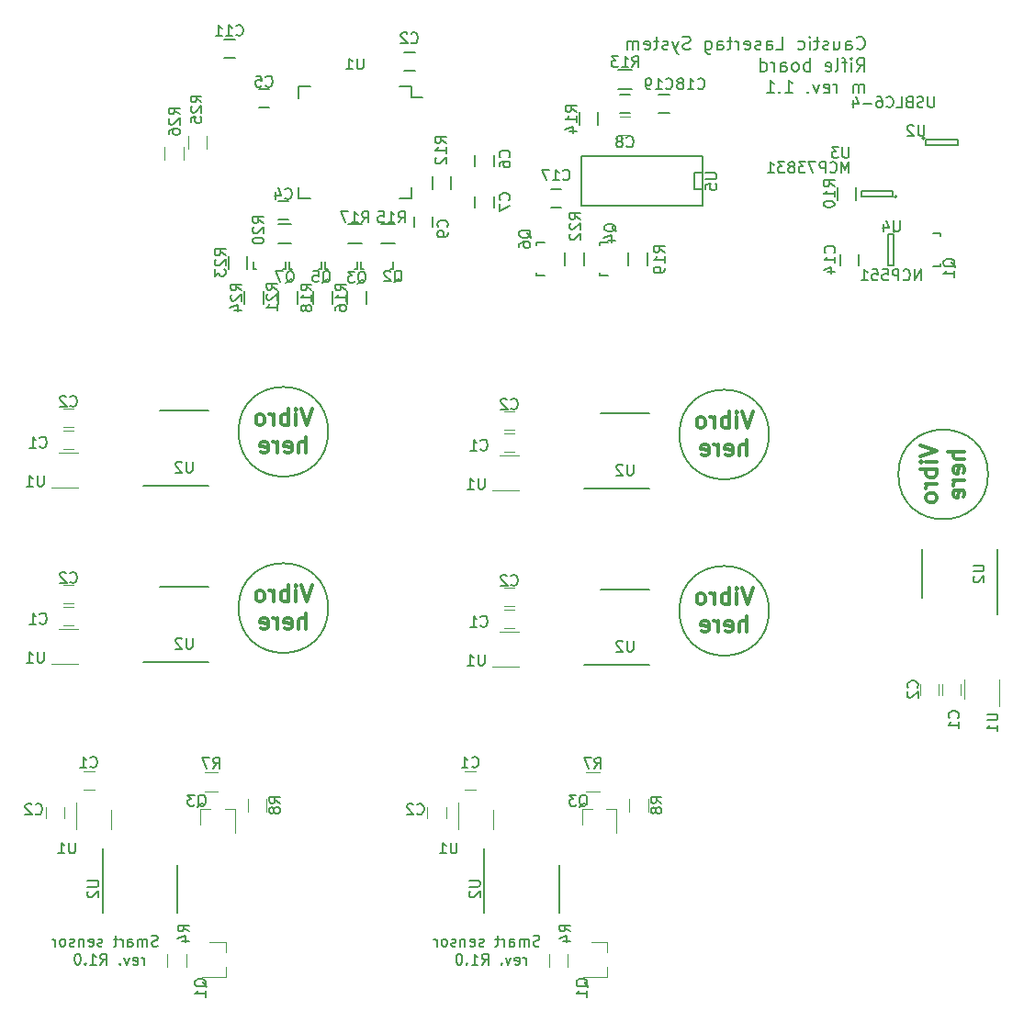
<source format=gbo>
G04 #@! TF.FileFunction,Legend,Bot*
%FSLAX46Y46*%
G04 Gerber Fmt 4.6, Leading zero omitted, Abs format (unit mm)*
G04 Created by KiCad (PCBNEW 4.0.5) date Thu Mar  9 22:32:22 2017*
%MOMM*%
%LPD*%
G01*
G04 APERTURE LIST*
%ADD10C,0.100000*%
%ADD11C,0.200000*%
%ADD12C,0.300000*%
%ADD13C,0.120000*%
%ADD14C,0.150000*%
G04 APERTURE END LIST*
D10*
D11*
X73146634Y-108990662D02*
X73003777Y-109038281D01*
X72765681Y-109038281D01*
X72670443Y-108990662D01*
X72622824Y-108943043D01*
X72575205Y-108847805D01*
X72575205Y-108752567D01*
X72622824Y-108657329D01*
X72670443Y-108609710D01*
X72765681Y-108562090D01*
X72956158Y-108514471D01*
X73051396Y-108466852D01*
X73099015Y-108419233D01*
X73146634Y-108323995D01*
X73146634Y-108228757D01*
X73099015Y-108133519D01*
X73051396Y-108085900D01*
X72956158Y-108038281D01*
X72718062Y-108038281D01*
X72575205Y-108085900D01*
X72146634Y-109038281D02*
X72146634Y-108371614D01*
X72146634Y-108466852D02*
X72099015Y-108419233D01*
X72003777Y-108371614D01*
X71860919Y-108371614D01*
X71765681Y-108419233D01*
X71718062Y-108514471D01*
X71718062Y-109038281D01*
X71718062Y-108514471D02*
X71670443Y-108419233D01*
X71575205Y-108371614D01*
X71432348Y-108371614D01*
X71337110Y-108419233D01*
X71289491Y-108514471D01*
X71289491Y-109038281D01*
X70384729Y-109038281D02*
X70384729Y-108514471D01*
X70432348Y-108419233D01*
X70527586Y-108371614D01*
X70718063Y-108371614D01*
X70813301Y-108419233D01*
X70384729Y-108990662D02*
X70479967Y-109038281D01*
X70718063Y-109038281D01*
X70813301Y-108990662D01*
X70860920Y-108895424D01*
X70860920Y-108800186D01*
X70813301Y-108704948D01*
X70718063Y-108657329D01*
X70479967Y-108657329D01*
X70384729Y-108609710D01*
X69908539Y-109038281D02*
X69908539Y-108371614D01*
X69908539Y-108562090D02*
X69860920Y-108466852D01*
X69813301Y-108419233D01*
X69718063Y-108371614D01*
X69622824Y-108371614D01*
X69432348Y-108371614D02*
X69051396Y-108371614D01*
X69289491Y-108038281D02*
X69289491Y-108895424D01*
X69241872Y-108990662D01*
X69146634Y-109038281D01*
X69051396Y-109038281D01*
X68003776Y-108990662D02*
X67908538Y-109038281D01*
X67718062Y-109038281D01*
X67622823Y-108990662D01*
X67575204Y-108895424D01*
X67575204Y-108847805D01*
X67622823Y-108752567D01*
X67718062Y-108704948D01*
X67860919Y-108704948D01*
X67956157Y-108657329D01*
X68003776Y-108562090D01*
X68003776Y-108514471D01*
X67956157Y-108419233D01*
X67860919Y-108371614D01*
X67718062Y-108371614D01*
X67622823Y-108419233D01*
X66765680Y-108990662D02*
X66860918Y-109038281D01*
X67051395Y-109038281D01*
X67146633Y-108990662D01*
X67194252Y-108895424D01*
X67194252Y-108514471D01*
X67146633Y-108419233D01*
X67051395Y-108371614D01*
X66860918Y-108371614D01*
X66765680Y-108419233D01*
X66718061Y-108514471D01*
X66718061Y-108609710D01*
X67194252Y-108704948D01*
X66289490Y-108371614D02*
X66289490Y-109038281D01*
X66289490Y-108466852D02*
X66241871Y-108419233D01*
X66146633Y-108371614D01*
X66003775Y-108371614D01*
X65908537Y-108419233D01*
X65860918Y-108514471D01*
X65860918Y-109038281D01*
X65432347Y-108990662D02*
X65337109Y-109038281D01*
X65146633Y-109038281D01*
X65051394Y-108990662D01*
X65003775Y-108895424D01*
X65003775Y-108847805D01*
X65051394Y-108752567D01*
X65146633Y-108704948D01*
X65289490Y-108704948D01*
X65384728Y-108657329D01*
X65432347Y-108562090D01*
X65432347Y-108514471D01*
X65384728Y-108419233D01*
X65289490Y-108371614D01*
X65146633Y-108371614D01*
X65051394Y-108419233D01*
X64432347Y-109038281D02*
X64527585Y-108990662D01*
X64575204Y-108943043D01*
X64622823Y-108847805D01*
X64622823Y-108562090D01*
X64575204Y-108466852D01*
X64527585Y-108419233D01*
X64432347Y-108371614D01*
X64289489Y-108371614D01*
X64194251Y-108419233D01*
X64146632Y-108466852D01*
X64099013Y-108562090D01*
X64099013Y-108847805D01*
X64146632Y-108943043D01*
X64194251Y-108990662D01*
X64289489Y-109038281D01*
X64432347Y-109038281D01*
X63670442Y-109038281D02*
X63670442Y-108371614D01*
X63670442Y-108562090D02*
X63622823Y-108466852D01*
X63575204Y-108419233D01*
X63479966Y-108371614D01*
X63384727Y-108371614D01*
X71884729Y-110738281D02*
X71884729Y-110071614D01*
X71884729Y-110262090D02*
X71837110Y-110166852D01*
X71789491Y-110119233D01*
X71694253Y-110071614D01*
X71599014Y-110071614D01*
X70884728Y-110690662D02*
X70979966Y-110738281D01*
X71170443Y-110738281D01*
X71265681Y-110690662D01*
X71313300Y-110595424D01*
X71313300Y-110214471D01*
X71265681Y-110119233D01*
X71170443Y-110071614D01*
X70979966Y-110071614D01*
X70884728Y-110119233D01*
X70837109Y-110214471D01*
X70837109Y-110309710D01*
X71313300Y-110404948D01*
X70503776Y-110071614D02*
X70265681Y-110738281D01*
X70027585Y-110071614D01*
X69646633Y-110643043D02*
X69599014Y-110690662D01*
X69646633Y-110738281D01*
X69694252Y-110690662D01*
X69646633Y-110643043D01*
X69646633Y-110738281D01*
X67837109Y-110738281D02*
X68170443Y-110262090D01*
X68408538Y-110738281D02*
X68408538Y-109738281D01*
X68027585Y-109738281D01*
X67932347Y-109785900D01*
X67884728Y-109833519D01*
X67837109Y-109928757D01*
X67837109Y-110071614D01*
X67884728Y-110166852D01*
X67932347Y-110214471D01*
X68027585Y-110262090D01*
X68408538Y-110262090D01*
X66884728Y-110738281D02*
X67456157Y-110738281D01*
X67170443Y-110738281D02*
X67170443Y-109738281D01*
X67265681Y-109881138D01*
X67360919Y-109976376D01*
X67456157Y-110023995D01*
X66456157Y-110643043D02*
X66408538Y-110690662D01*
X66456157Y-110738281D01*
X66503776Y-110690662D01*
X66456157Y-110643043D01*
X66456157Y-110738281D01*
X65789491Y-109738281D02*
X65694252Y-109738281D01*
X65599014Y-109785900D01*
X65551395Y-109833519D01*
X65503776Y-109928757D01*
X65456157Y-110119233D01*
X65456157Y-110357329D01*
X65503776Y-110547805D01*
X65551395Y-110643043D01*
X65599014Y-110690662D01*
X65694252Y-110738281D01*
X65789491Y-110738281D01*
X65884729Y-110690662D01*
X65932348Y-110643043D01*
X65979967Y-110547805D01*
X66027586Y-110357329D01*
X66027586Y-110119233D01*
X65979967Y-109928757D01*
X65932348Y-109833519D01*
X65884729Y-109785900D01*
X65789491Y-109738281D01*
X53664820Y-77851000D02*
G75*
G03X53664820Y-77851000I-4134820J0D01*
G01*
D12*
X52208571Y-75754571D02*
X51708571Y-77254571D01*
X51208571Y-75754571D01*
X50708571Y-77254571D02*
X50708571Y-76254571D01*
X50708571Y-75754571D02*
X50780000Y-75826000D01*
X50708571Y-75897429D01*
X50637143Y-75826000D01*
X50708571Y-75754571D01*
X50708571Y-75897429D01*
X49994285Y-77254571D02*
X49994285Y-75754571D01*
X49994285Y-76326000D02*
X49851428Y-76254571D01*
X49565714Y-76254571D01*
X49422857Y-76326000D01*
X49351428Y-76397429D01*
X49279999Y-76540286D01*
X49279999Y-76968857D01*
X49351428Y-77111714D01*
X49422857Y-77183143D01*
X49565714Y-77254571D01*
X49851428Y-77254571D01*
X49994285Y-77183143D01*
X48637142Y-77254571D02*
X48637142Y-76254571D01*
X48637142Y-76540286D02*
X48565714Y-76397429D01*
X48494285Y-76326000D01*
X48351428Y-76254571D01*
X48208571Y-76254571D01*
X47494285Y-77254571D02*
X47637143Y-77183143D01*
X47708571Y-77111714D01*
X47780000Y-76968857D01*
X47780000Y-76540286D01*
X47708571Y-76397429D01*
X47637143Y-76326000D01*
X47494285Y-76254571D01*
X47280000Y-76254571D01*
X47137143Y-76326000D01*
X47065714Y-76397429D01*
X46994285Y-76540286D01*
X46994285Y-76968857D01*
X47065714Y-77111714D01*
X47137143Y-77183143D01*
X47280000Y-77254571D01*
X47494285Y-77254571D01*
X51601428Y-79804571D02*
X51601428Y-78304571D01*
X50958571Y-79804571D02*
X50958571Y-79018857D01*
X51030000Y-78876000D01*
X51172857Y-78804571D01*
X51387142Y-78804571D01*
X51530000Y-78876000D01*
X51601428Y-78947429D01*
X49672857Y-79733143D02*
X49815714Y-79804571D01*
X50101428Y-79804571D01*
X50244285Y-79733143D01*
X50315714Y-79590286D01*
X50315714Y-79018857D01*
X50244285Y-78876000D01*
X50101428Y-78804571D01*
X49815714Y-78804571D01*
X49672857Y-78876000D01*
X49601428Y-79018857D01*
X49601428Y-79161714D01*
X50315714Y-79304571D01*
X48958571Y-79804571D02*
X48958571Y-78804571D01*
X48958571Y-79090286D02*
X48887143Y-78947429D01*
X48815714Y-78876000D01*
X48672857Y-78804571D01*
X48530000Y-78804571D01*
X47458572Y-79733143D02*
X47601429Y-79804571D01*
X47887143Y-79804571D01*
X48030000Y-79733143D01*
X48101429Y-79590286D01*
X48101429Y-79018857D01*
X48030000Y-78876000D01*
X47887143Y-78804571D01*
X47601429Y-78804571D01*
X47458572Y-78876000D01*
X47387143Y-79018857D01*
X47387143Y-79161714D01*
X48101429Y-79304571D01*
X92848571Y-76008571D02*
X92348571Y-77508571D01*
X91848571Y-76008571D01*
X91348571Y-77508571D02*
X91348571Y-76508571D01*
X91348571Y-76008571D02*
X91420000Y-76080000D01*
X91348571Y-76151429D01*
X91277143Y-76080000D01*
X91348571Y-76008571D01*
X91348571Y-76151429D01*
X90634285Y-77508571D02*
X90634285Y-76008571D01*
X90634285Y-76580000D02*
X90491428Y-76508571D01*
X90205714Y-76508571D01*
X90062857Y-76580000D01*
X89991428Y-76651429D01*
X89919999Y-76794286D01*
X89919999Y-77222857D01*
X89991428Y-77365714D01*
X90062857Y-77437143D01*
X90205714Y-77508571D01*
X90491428Y-77508571D01*
X90634285Y-77437143D01*
X89277142Y-77508571D02*
X89277142Y-76508571D01*
X89277142Y-76794286D02*
X89205714Y-76651429D01*
X89134285Y-76580000D01*
X88991428Y-76508571D01*
X88848571Y-76508571D01*
X88134285Y-77508571D02*
X88277143Y-77437143D01*
X88348571Y-77365714D01*
X88420000Y-77222857D01*
X88420000Y-76794286D01*
X88348571Y-76651429D01*
X88277143Y-76580000D01*
X88134285Y-76508571D01*
X87920000Y-76508571D01*
X87777143Y-76580000D01*
X87705714Y-76651429D01*
X87634285Y-76794286D01*
X87634285Y-77222857D01*
X87705714Y-77365714D01*
X87777143Y-77437143D01*
X87920000Y-77508571D01*
X88134285Y-77508571D01*
X92241428Y-80058571D02*
X92241428Y-78558571D01*
X91598571Y-80058571D02*
X91598571Y-79272857D01*
X91670000Y-79130000D01*
X91812857Y-79058571D01*
X92027142Y-79058571D01*
X92170000Y-79130000D01*
X92241428Y-79201429D01*
X90312857Y-79987143D02*
X90455714Y-80058571D01*
X90741428Y-80058571D01*
X90884285Y-79987143D01*
X90955714Y-79844286D01*
X90955714Y-79272857D01*
X90884285Y-79130000D01*
X90741428Y-79058571D01*
X90455714Y-79058571D01*
X90312857Y-79130000D01*
X90241428Y-79272857D01*
X90241428Y-79415714D01*
X90955714Y-79558571D01*
X89598571Y-80058571D02*
X89598571Y-79058571D01*
X89598571Y-79344286D02*
X89527143Y-79201429D01*
X89455714Y-79130000D01*
X89312857Y-79058571D01*
X89170000Y-79058571D01*
X88098572Y-79987143D02*
X88241429Y-80058571D01*
X88527143Y-80058571D01*
X88670000Y-79987143D01*
X88741429Y-79844286D01*
X88741429Y-79272857D01*
X88670000Y-79130000D01*
X88527143Y-79058571D01*
X88241429Y-79058571D01*
X88098572Y-79130000D01*
X88027143Y-79272857D01*
X88027143Y-79415714D01*
X88741429Y-79558571D01*
D11*
X94304820Y-78105000D02*
G75*
G03X94304820Y-78105000I-4134820J0D01*
G01*
X114497820Y-65532000D02*
G75*
G03X114497820Y-65532000I-4134820J0D01*
G01*
D12*
X108266571Y-62853429D02*
X109766571Y-63353429D01*
X108266571Y-63853429D01*
X109766571Y-64353429D02*
X108766571Y-64353429D01*
X108266571Y-64353429D02*
X108338000Y-64282000D01*
X108409429Y-64353429D01*
X108338000Y-64424857D01*
X108266571Y-64353429D01*
X108409429Y-64353429D01*
X109766571Y-65067715D02*
X108266571Y-65067715D01*
X108838000Y-65067715D02*
X108766571Y-65210572D01*
X108766571Y-65496286D01*
X108838000Y-65639143D01*
X108909429Y-65710572D01*
X109052286Y-65782001D01*
X109480857Y-65782001D01*
X109623714Y-65710572D01*
X109695143Y-65639143D01*
X109766571Y-65496286D01*
X109766571Y-65210572D01*
X109695143Y-65067715D01*
X109766571Y-66424858D02*
X108766571Y-66424858D01*
X109052286Y-66424858D02*
X108909429Y-66496286D01*
X108838000Y-66567715D01*
X108766571Y-66710572D01*
X108766571Y-66853429D01*
X109766571Y-67567715D02*
X109695143Y-67424857D01*
X109623714Y-67353429D01*
X109480857Y-67282000D01*
X109052286Y-67282000D01*
X108909429Y-67353429D01*
X108838000Y-67424857D01*
X108766571Y-67567715D01*
X108766571Y-67782000D01*
X108838000Y-67924857D01*
X108909429Y-67996286D01*
X109052286Y-68067715D01*
X109480857Y-68067715D01*
X109623714Y-67996286D01*
X109695143Y-67924857D01*
X109766571Y-67782000D01*
X109766571Y-67567715D01*
X112316571Y-63460572D02*
X110816571Y-63460572D01*
X112316571Y-64103429D02*
X111530857Y-64103429D01*
X111388000Y-64032000D01*
X111316571Y-63889143D01*
X111316571Y-63674858D01*
X111388000Y-63532000D01*
X111459429Y-63460572D01*
X112245143Y-65389143D02*
X112316571Y-65246286D01*
X112316571Y-64960572D01*
X112245143Y-64817715D01*
X112102286Y-64746286D01*
X111530857Y-64746286D01*
X111388000Y-64817715D01*
X111316571Y-64960572D01*
X111316571Y-65246286D01*
X111388000Y-65389143D01*
X111530857Y-65460572D01*
X111673714Y-65460572D01*
X111816571Y-64746286D01*
X112316571Y-66103429D02*
X111316571Y-66103429D01*
X111602286Y-66103429D02*
X111459429Y-66174857D01*
X111388000Y-66246286D01*
X111316571Y-66389143D01*
X111316571Y-66532000D01*
X112245143Y-67603428D02*
X112316571Y-67460571D01*
X112316571Y-67174857D01*
X112245143Y-67032000D01*
X112102286Y-66960571D01*
X111530857Y-66960571D01*
X111388000Y-67032000D01*
X111316571Y-67174857D01*
X111316571Y-67460571D01*
X111388000Y-67603428D01*
X111530857Y-67674857D01*
X111673714Y-67674857D01*
X111816571Y-66960571D01*
X92848571Y-59752571D02*
X92348571Y-61252571D01*
X91848571Y-59752571D01*
X91348571Y-61252571D02*
X91348571Y-60252571D01*
X91348571Y-59752571D02*
X91420000Y-59824000D01*
X91348571Y-59895429D01*
X91277143Y-59824000D01*
X91348571Y-59752571D01*
X91348571Y-59895429D01*
X90634285Y-61252571D02*
X90634285Y-59752571D01*
X90634285Y-60324000D02*
X90491428Y-60252571D01*
X90205714Y-60252571D01*
X90062857Y-60324000D01*
X89991428Y-60395429D01*
X89919999Y-60538286D01*
X89919999Y-60966857D01*
X89991428Y-61109714D01*
X90062857Y-61181143D01*
X90205714Y-61252571D01*
X90491428Y-61252571D01*
X90634285Y-61181143D01*
X89277142Y-61252571D02*
X89277142Y-60252571D01*
X89277142Y-60538286D02*
X89205714Y-60395429D01*
X89134285Y-60324000D01*
X88991428Y-60252571D01*
X88848571Y-60252571D01*
X88134285Y-61252571D02*
X88277143Y-61181143D01*
X88348571Y-61109714D01*
X88420000Y-60966857D01*
X88420000Y-60538286D01*
X88348571Y-60395429D01*
X88277143Y-60324000D01*
X88134285Y-60252571D01*
X87920000Y-60252571D01*
X87777143Y-60324000D01*
X87705714Y-60395429D01*
X87634285Y-60538286D01*
X87634285Y-60966857D01*
X87705714Y-61109714D01*
X87777143Y-61181143D01*
X87920000Y-61252571D01*
X88134285Y-61252571D01*
X92241428Y-63802571D02*
X92241428Y-62302571D01*
X91598571Y-63802571D02*
X91598571Y-63016857D01*
X91670000Y-62874000D01*
X91812857Y-62802571D01*
X92027142Y-62802571D01*
X92170000Y-62874000D01*
X92241428Y-62945429D01*
X90312857Y-63731143D02*
X90455714Y-63802571D01*
X90741428Y-63802571D01*
X90884285Y-63731143D01*
X90955714Y-63588286D01*
X90955714Y-63016857D01*
X90884285Y-62874000D01*
X90741428Y-62802571D01*
X90455714Y-62802571D01*
X90312857Y-62874000D01*
X90241428Y-63016857D01*
X90241428Y-63159714D01*
X90955714Y-63302571D01*
X89598571Y-63802571D02*
X89598571Y-62802571D01*
X89598571Y-63088286D02*
X89527143Y-62945429D01*
X89455714Y-62874000D01*
X89312857Y-62802571D01*
X89170000Y-62802571D01*
X88098572Y-63731143D02*
X88241429Y-63802571D01*
X88527143Y-63802571D01*
X88670000Y-63731143D01*
X88741429Y-63588286D01*
X88741429Y-63016857D01*
X88670000Y-62874000D01*
X88527143Y-62802571D01*
X88241429Y-62802571D01*
X88098572Y-62874000D01*
X88027143Y-63016857D01*
X88027143Y-63159714D01*
X88741429Y-63302571D01*
D11*
X94304820Y-61849000D02*
G75*
G03X94304820Y-61849000I-4134820J0D01*
G01*
X102406571Y-26241571D02*
X102463714Y-26298714D01*
X102635143Y-26355857D01*
X102749429Y-26355857D01*
X102920857Y-26298714D01*
X103035143Y-26184429D01*
X103092286Y-26070143D01*
X103149429Y-25841571D01*
X103149429Y-25670143D01*
X103092286Y-25441571D01*
X103035143Y-25327286D01*
X102920857Y-25213000D01*
X102749429Y-25155857D01*
X102635143Y-25155857D01*
X102463714Y-25213000D01*
X102406571Y-25270143D01*
X101378000Y-26355857D02*
X101378000Y-25727286D01*
X101435143Y-25613000D01*
X101549429Y-25555857D01*
X101778000Y-25555857D01*
X101892286Y-25613000D01*
X101378000Y-26298714D02*
X101492286Y-26355857D01*
X101778000Y-26355857D01*
X101892286Y-26298714D01*
X101949429Y-26184429D01*
X101949429Y-26070143D01*
X101892286Y-25955857D01*
X101778000Y-25898714D01*
X101492286Y-25898714D01*
X101378000Y-25841571D01*
X100292286Y-25555857D02*
X100292286Y-26355857D01*
X100806572Y-25555857D02*
X100806572Y-26184429D01*
X100749429Y-26298714D01*
X100635143Y-26355857D01*
X100463715Y-26355857D01*
X100349429Y-26298714D01*
X100292286Y-26241571D01*
X99778001Y-26298714D02*
X99663715Y-26355857D01*
X99435143Y-26355857D01*
X99320858Y-26298714D01*
X99263715Y-26184429D01*
X99263715Y-26127286D01*
X99320858Y-26013000D01*
X99435143Y-25955857D01*
X99606572Y-25955857D01*
X99720858Y-25898714D01*
X99778001Y-25784429D01*
X99778001Y-25727286D01*
X99720858Y-25613000D01*
X99606572Y-25555857D01*
X99435143Y-25555857D01*
X99320858Y-25613000D01*
X98920857Y-25555857D02*
X98463714Y-25555857D01*
X98749429Y-25155857D02*
X98749429Y-26184429D01*
X98692286Y-26298714D01*
X98578000Y-26355857D01*
X98463714Y-26355857D01*
X98063715Y-26355857D02*
X98063715Y-25555857D01*
X98063715Y-25155857D02*
X98120858Y-25213000D01*
X98063715Y-25270143D01*
X98006572Y-25213000D01*
X98063715Y-25155857D01*
X98063715Y-25270143D01*
X96978000Y-26298714D02*
X97092286Y-26355857D01*
X97320857Y-26355857D01*
X97435143Y-26298714D01*
X97492286Y-26241571D01*
X97549429Y-26127286D01*
X97549429Y-25784429D01*
X97492286Y-25670143D01*
X97435143Y-25613000D01*
X97320857Y-25555857D01*
X97092286Y-25555857D01*
X96978000Y-25613000D01*
X94978000Y-26355857D02*
X95549429Y-26355857D01*
X95549429Y-25155857D01*
X94063714Y-26355857D02*
X94063714Y-25727286D01*
X94120857Y-25613000D01*
X94235143Y-25555857D01*
X94463714Y-25555857D01*
X94578000Y-25613000D01*
X94063714Y-26298714D02*
X94178000Y-26355857D01*
X94463714Y-26355857D01*
X94578000Y-26298714D01*
X94635143Y-26184429D01*
X94635143Y-26070143D01*
X94578000Y-25955857D01*
X94463714Y-25898714D01*
X94178000Y-25898714D01*
X94063714Y-25841571D01*
X93549429Y-26298714D02*
X93435143Y-26355857D01*
X93206571Y-26355857D01*
X93092286Y-26298714D01*
X93035143Y-26184429D01*
X93035143Y-26127286D01*
X93092286Y-26013000D01*
X93206571Y-25955857D01*
X93378000Y-25955857D01*
X93492286Y-25898714D01*
X93549429Y-25784429D01*
X93549429Y-25727286D01*
X93492286Y-25613000D01*
X93378000Y-25555857D01*
X93206571Y-25555857D01*
X93092286Y-25613000D01*
X92063714Y-26298714D02*
X92178000Y-26355857D01*
X92406571Y-26355857D01*
X92520857Y-26298714D01*
X92578000Y-26184429D01*
X92578000Y-25727286D01*
X92520857Y-25613000D01*
X92406571Y-25555857D01*
X92178000Y-25555857D01*
X92063714Y-25613000D01*
X92006571Y-25727286D01*
X92006571Y-25841571D01*
X92578000Y-25955857D01*
X91492286Y-26355857D02*
X91492286Y-25555857D01*
X91492286Y-25784429D02*
X91435143Y-25670143D01*
X91378000Y-25613000D01*
X91263714Y-25555857D01*
X91149429Y-25555857D01*
X90920857Y-25555857D02*
X90463714Y-25555857D01*
X90749429Y-25155857D02*
X90749429Y-26184429D01*
X90692286Y-26298714D01*
X90578000Y-26355857D01*
X90463714Y-26355857D01*
X89549429Y-26355857D02*
X89549429Y-25727286D01*
X89606572Y-25613000D01*
X89720858Y-25555857D01*
X89949429Y-25555857D01*
X90063715Y-25613000D01*
X89549429Y-26298714D02*
X89663715Y-26355857D01*
X89949429Y-26355857D01*
X90063715Y-26298714D01*
X90120858Y-26184429D01*
X90120858Y-26070143D01*
X90063715Y-25955857D01*
X89949429Y-25898714D01*
X89663715Y-25898714D01*
X89549429Y-25841571D01*
X88463715Y-25555857D02*
X88463715Y-26527286D01*
X88520858Y-26641571D01*
X88578001Y-26698714D01*
X88692286Y-26755857D01*
X88863715Y-26755857D01*
X88978001Y-26698714D01*
X88463715Y-26298714D02*
X88578001Y-26355857D01*
X88806572Y-26355857D01*
X88920858Y-26298714D01*
X88978001Y-26241571D01*
X89035144Y-26127286D01*
X89035144Y-25784429D01*
X88978001Y-25670143D01*
X88920858Y-25613000D01*
X88806572Y-25555857D01*
X88578001Y-25555857D01*
X88463715Y-25613000D01*
X87035144Y-26298714D02*
X86863715Y-26355857D01*
X86578001Y-26355857D01*
X86463715Y-26298714D01*
X86406572Y-26241571D01*
X86349429Y-26127286D01*
X86349429Y-26013000D01*
X86406572Y-25898714D01*
X86463715Y-25841571D01*
X86578001Y-25784429D01*
X86806572Y-25727286D01*
X86920858Y-25670143D01*
X86978001Y-25613000D01*
X87035144Y-25498714D01*
X87035144Y-25384429D01*
X86978001Y-25270143D01*
X86920858Y-25213000D01*
X86806572Y-25155857D01*
X86520858Y-25155857D01*
X86349429Y-25213000D01*
X85949429Y-25555857D02*
X85663715Y-26355857D01*
X85378001Y-25555857D02*
X85663715Y-26355857D01*
X85778001Y-26641571D01*
X85835144Y-26698714D01*
X85949429Y-26755857D01*
X84978001Y-26298714D02*
X84863715Y-26355857D01*
X84635143Y-26355857D01*
X84520858Y-26298714D01*
X84463715Y-26184429D01*
X84463715Y-26127286D01*
X84520858Y-26013000D01*
X84635143Y-25955857D01*
X84806572Y-25955857D01*
X84920858Y-25898714D01*
X84978001Y-25784429D01*
X84978001Y-25727286D01*
X84920858Y-25613000D01*
X84806572Y-25555857D01*
X84635143Y-25555857D01*
X84520858Y-25613000D01*
X84120857Y-25555857D02*
X83663714Y-25555857D01*
X83949429Y-25155857D02*
X83949429Y-26184429D01*
X83892286Y-26298714D01*
X83778000Y-26355857D01*
X83663714Y-26355857D01*
X82806572Y-26298714D02*
X82920858Y-26355857D01*
X83149429Y-26355857D01*
X83263715Y-26298714D01*
X83320858Y-26184429D01*
X83320858Y-25727286D01*
X83263715Y-25613000D01*
X83149429Y-25555857D01*
X82920858Y-25555857D01*
X82806572Y-25613000D01*
X82749429Y-25727286D01*
X82749429Y-25841571D01*
X83320858Y-25955857D01*
X82235144Y-26355857D02*
X82235144Y-25555857D01*
X82235144Y-25670143D02*
X82178001Y-25613000D01*
X82063715Y-25555857D01*
X81892287Y-25555857D01*
X81778001Y-25613000D01*
X81720858Y-25727286D01*
X81720858Y-26355857D01*
X81720858Y-25727286D02*
X81663715Y-25613000D01*
X81549429Y-25555857D01*
X81378001Y-25555857D01*
X81263715Y-25613000D01*
X81206572Y-25727286D01*
X81206572Y-26355857D01*
X102406571Y-28355857D02*
X102806571Y-27784429D01*
X103092286Y-28355857D02*
X103092286Y-27155857D01*
X102635143Y-27155857D01*
X102520857Y-27213000D01*
X102463714Y-27270143D01*
X102406571Y-27384429D01*
X102406571Y-27555857D01*
X102463714Y-27670143D01*
X102520857Y-27727286D01*
X102635143Y-27784429D01*
X103092286Y-27784429D01*
X101892286Y-28355857D02*
X101892286Y-27555857D01*
X101892286Y-27155857D02*
X101949429Y-27213000D01*
X101892286Y-27270143D01*
X101835143Y-27213000D01*
X101892286Y-27155857D01*
X101892286Y-27270143D01*
X101492285Y-27555857D02*
X101035142Y-27555857D01*
X101320857Y-28355857D02*
X101320857Y-27327286D01*
X101263714Y-27213000D01*
X101149428Y-27155857D01*
X101035142Y-27155857D01*
X100463714Y-28355857D02*
X100578000Y-28298714D01*
X100635143Y-28184429D01*
X100635143Y-27155857D01*
X99549429Y-28298714D02*
X99663715Y-28355857D01*
X99892286Y-28355857D01*
X100006572Y-28298714D01*
X100063715Y-28184429D01*
X100063715Y-27727286D01*
X100006572Y-27613000D01*
X99892286Y-27555857D01*
X99663715Y-27555857D01*
X99549429Y-27613000D01*
X99492286Y-27727286D01*
X99492286Y-27841571D01*
X100063715Y-27955857D01*
X98063715Y-28355857D02*
X98063715Y-27155857D01*
X98063715Y-27613000D02*
X97949429Y-27555857D01*
X97720858Y-27555857D01*
X97606572Y-27613000D01*
X97549429Y-27670143D01*
X97492286Y-27784429D01*
X97492286Y-28127286D01*
X97549429Y-28241571D01*
X97606572Y-28298714D01*
X97720858Y-28355857D01*
X97949429Y-28355857D01*
X98063715Y-28298714D01*
X96806572Y-28355857D02*
X96920858Y-28298714D01*
X96978001Y-28241571D01*
X97035144Y-28127286D01*
X97035144Y-27784429D01*
X96978001Y-27670143D01*
X96920858Y-27613000D01*
X96806572Y-27555857D01*
X96635144Y-27555857D01*
X96520858Y-27613000D01*
X96463715Y-27670143D01*
X96406572Y-27784429D01*
X96406572Y-28127286D01*
X96463715Y-28241571D01*
X96520858Y-28298714D01*
X96635144Y-28355857D01*
X96806572Y-28355857D01*
X95378001Y-28355857D02*
X95378001Y-27727286D01*
X95435144Y-27613000D01*
X95549430Y-27555857D01*
X95778001Y-27555857D01*
X95892287Y-27613000D01*
X95378001Y-28298714D02*
X95492287Y-28355857D01*
X95778001Y-28355857D01*
X95892287Y-28298714D01*
X95949430Y-28184429D01*
X95949430Y-28070143D01*
X95892287Y-27955857D01*
X95778001Y-27898714D01*
X95492287Y-27898714D01*
X95378001Y-27841571D01*
X94806573Y-28355857D02*
X94806573Y-27555857D01*
X94806573Y-27784429D02*
X94749430Y-27670143D01*
X94692287Y-27613000D01*
X94578001Y-27555857D01*
X94463716Y-27555857D01*
X93549430Y-28355857D02*
X93549430Y-27155857D01*
X93549430Y-28298714D02*
X93663716Y-28355857D01*
X93892287Y-28355857D01*
X94006573Y-28298714D01*
X94063716Y-28241571D01*
X94120859Y-28127286D01*
X94120859Y-27784429D01*
X94063716Y-27670143D01*
X94006573Y-27613000D01*
X93892287Y-27555857D01*
X93663716Y-27555857D01*
X93549430Y-27613000D01*
X103092286Y-30355857D02*
X103092286Y-29555857D01*
X103092286Y-29670143D02*
X103035143Y-29613000D01*
X102920857Y-29555857D01*
X102749429Y-29555857D01*
X102635143Y-29613000D01*
X102578000Y-29727286D01*
X102578000Y-30355857D01*
X102578000Y-29727286D02*
X102520857Y-29613000D01*
X102406571Y-29555857D01*
X102235143Y-29555857D01*
X102120857Y-29613000D01*
X102063714Y-29727286D01*
X102063714Y-30355857D01*
X100578000Y-30355857D02*
X100578000Y-29555857D01*
X100578000Y-29784429D02*
X100520857Y-29670143D01*
X100463714Y-29613000D01*
X100349428Y-29555857D01*
X100235143Y-29555857D01*
X99378000Y-30298714D02*
X99492286Y-30355857D01*
X99720857Y-30355857D01*
X99835143Y-30298714D01*
X99892286Y-30184429D01*
X99892286Y-29727286D01*
X99835143Y-29613000D01*
X99720857Y-29555857D01*
X99492286Y-29555857D01*
X99378000Y-29613000D01*
X99320857Y-29727286D01*
X99320857Y-29841571D01*
X99892286Y-29955857D01*
X98920857Y-29555857D02*
X98635143Y-30355857D01*
X98349429Y-29555857D01*
X97892286Y-30241571D02*
X97835143Y-30298714D01*
X97892286Y-30355857D01*
X97949429Y-30298714D01*
X97892286Y-30241571D01*
X97892286Y-30355857D01*
X95777999Y-30355857D02*
X96463714Y-30355857D01*
X96120856Y-30355857D02*
X96120856Y-29155857D01*
X96235142Y-29327286D01*
X96349428Y-29441571D01*
X96463714Y-29498714D01*
X95263714Y-30241571D02*
X95206571Y-30298714D01*
X95263714Y-30355857D01*
X95320857Y-30298714D01*
X95263714Y-30241571D01*
X95263714Y-30355857D01*
X94063713Y-30355857D02*
X94749428Y-30355857D01*
X94406570Y-30355857D02*
X94406570Y-29155857D01*
X94520856Y-29327286D01*
X94635142Y-29441571D01*
X94749428Y-29498714D01*
X53664820Y-61595000D02*
G75*
G03X53664820Y-61595000I-4134820J0D01*
G01*
D12*
X52208571Y-59498571D02*
X51708571Y-60998571D01*
X51208571Y-59498571D01*
X50708571Y-60998571D02*
X50708571Y-59998571D01*
X50708571Y-59498571D02*
X50780000Y-59570000D01*
X50708571Y-59641429D01*
X50637143Y-59570000D01*
X50708571Y-59498571D01*
X50708571Y-59641429D01*
X49994285Y-60998571D02*
X49994285Y-59498571D01*
X49994285Y-60070000D02*
X49851428Y-59998571D01*
X49565714Y-59998571D01*
X49422857Y-60070000D01*
X49351428Y-60141429D01*
X49279999Y-60284286D01*
X49279999Y-60712857D01*
X49351428Y-60855714D01*
X49422857Y-60927143D01*
X49565714Y-60998571D01*
X49851428Y-60998571D01*
X49994285Y-60927143D01*
X48637142Y-60998571D02*
X48637142Y-59998571D01*
X48637142Y-60284286D02*
X48565714Y-60141429D01*
X48494285Y-60070000D01*
X48351428Y-59998571D01*
X48208571Y-59998571D01*
X47494285Y-60998571D02*
X47637143Y-60927143D01*
X47708571Y-60855714D01*
X47780000Y-60712857D01*
X47780000Y-60284286D01*
X47708571Y-60141429D01*
X47637143Y-60070000D01*
X47494285Y-59998571D01*
X47280000Y-59998571D01*
X47137143Y-60070000D01*
X47065714Y-60141429D01*
X46994285Y-60284286D01*
X46994285Y-60712857D01*
X47065714Y-60855714D01*
X47137143Y-60927143D01*
X47280000Y-60998571D01*
X47494285Y-60998571D01*
X51601428Y-63548571D02*
X51601428Y-62048571D01*
X50958571Y-63548571D02*
X50958571Y-62762857D01*
X51030000Y-62620000D01*
X51172857Y-62548571D01*
X51387142Y-62548571D01*
X51530000Y-62620000D01*
X51601428Y-62691429D01*
X49672857Y-63477143D02*
X49815714Y-63548571D01*
X50101428Y-63548571D01*
X50244285Y-63477143D01*
X50315714Y-63334286D01*
X50315714Y-62762857D01*
X50244285Y-62620000D01*
X50101428Y-62548571D01*
X49815714Y-62548571D01*
X49672857Y-62620000D01*
X49601428Y-62762857D01*
X49601428Y-62905714D01*
X50315714Y-63048571D01*
X48958571Y-63548571D02*
X48958571Y-62548571D01*
X48958571Y-62834286D02*
X48887143Y-62691429D01*
X48815714Y-62620000D01*
X48672857Y-62548571D01*
X48530000Y-62548571D01*
X47458572Y-63477143D02*
X47601429Y-63548571D01*
X47887143Y-63548571D01*
X48030000Y-63477143D01*
X48101429Y-63334286D01*
X48101429Y-62762857D01*
X48030000Y-62620000D01*
X47887143Y-62548571D01*
X47601429Y-62548571D01*
X47458572Y-62620000D01*
X47387143Y-62762857D01*
X47387143Y-62905714D01*
X48101429Y-63048571D01*
D11*
X37967634Y-108990662D02*
X37824777Y-109038281D01*
X37586681Y-109038281D01*
X37491443Y-108990662D01*
X37443824Y-108943043D01*
X37396205Y-108847805D01*
X37396205Y-108752567D01*
X37443824Y-108657329D01*
X37491443Y-108609710D01*
X37586681Y-108562090D01*
X37777158Y-108514471D01*
X37872396Y-108466852D01*
X37920015Y-108419233D01*
X37967634Y-108323995D01*
X37967634Y-108228757D01*
X37920015Y-108133519D01*
X37872396Y-108085900D01*
X37777158Y-108038281D01*
X37539062Y-108038281D01*
X37396205Y-108085900D01*
X36967634Y-109038281D02*
X36967634Y-108371614D01*
X36967634Y-108466852D02*
X36920015Y-108419233D01*
X36824777Y-108371614D01*
X36681919Y-108371614D01*
X36586681Y-108419233D01*
X36539062Y-108514471D01*
X36539062Y-109038281D01*
X36539062Y-108514471D02*
X36491443Y-108419233D01*
X36396205Y-108371614D01*
X36253348Y-108371614D01*
X36158110Y-108419233D01*
X36110491Y-108514471D01*
X36110491Y-109038281D01*
X35205729Y-109038281D02*
X35205729Y-108514471D01*
X35253348Y-108419233D01*
X35348586Y-108371614D01*
X35539063Y-108371614D01*
X35634301Y-108419233D01*
X35205729Y-108990662D02*
X35300967Y-109038281D01*
X35539063Y-109038281D01*
X35634301Y-108990662D01*
X35681920Y-108895424D01*
X35681920Y-108800186D01*
X35634301Y-108704948D01*
X35539063Y-108657329D01*
X35300967Y-108657329D01*
X35205729Y-108609710D01*
X34729539Y-109038281D02*
X34729539Y-108371614D01*
X34729539Y-108562090D02*
X34681920Y-108466852D01*
X34634301Y-108419233D01*
X34539063Y-108371614D01*
X34443824Y-108371614D01*
X34253348Y-108371614D02*
X33872396Y-108371614D01*
X34110491Y-108038281D02*
X34110491Y-108895424D01*
X34062872Y-108990662D01*
X33967634Y-109038281D01*
X33872396Y-109038281D01*
X32824776Y-108990662D02*
X32729538Y-109038281D01*
X32539062Y-109038281D01*
X32443823Y-108990662D01*
X32396204Y-108895424D01*
X32396204Y-108847805D01*
X32443823Y-108752567D01*
X32539062Y-108704948D01*
X32681919Y-108704948D01*
X32777157Y-108657329D01*
X32824776Y-108562090D01*
X32824776Y-108514471D01*
X32777157Y-108419233D01*
X32681919Y-108371614D01*
X32539062Y-108371614D01*
X32443823Y-108419233D01*
X31586680Y-108990662D02*
X31681918Y-109038281D01*
X31872395Y-109038281D01*
X31967633Y-108990662D01*
X32015252Y-108895424D01*
X32015252Y-108514471D01*
X31967633Y-108419233D01*
X31872395Y-108371614D01*
X31681918Y-108371614D01*
X31586680Y-108419233D01*
X31539061Y-108514471D01*
X31539061Y-108609710D01*
X32015252Y-108704948D01*
X31110490Y-108371614D02*
X31110490Y-109038281D01*
X31110490Y-108466852D02*
X31062871Y-108419233D01*
X30967633Y-108371614D01*
X30824775Y-108371614D01*
X30729537Y-108419233D01*
X30681918Y-108514471D01*
X30681918Y-109038281D01*
X30253347Y-108990662D02*
X30158109Y-109038281D01*
X29967633Y-109038281D01*
X29872394Y-108990662D01*
X29824775Y-108895424D01*
X29824775Y-108847805D01*
X29872394Y-108752567D01*
X29967633Y-108704948D01*
X30110490Y-108704948D01*
X30205728Y-108657329D01*
X30253347Y-108562090D01*
X30253347Y-108514471D01*
X30205728Y-108419233D01*
X30110490Y-108371614D01*
X29967633Y-108371614D01*
X29872394Y-108419233D01*
X29253347Y-109038281D02*
X29348585Y-108990662D01*
X29396204Y-108943043D01*
X29443823Y-108847805D01*
X29443823Y-108562090D01*
X29396204Y-108466852D01*
X29348585Y-108419233D01*
X29253347Y-108371614D01*
X29110489Y-108371614D01*
X29015251Y-108419233D01*
X28967632Y-108466852D01*
X28920013Y-108562090D01*
X28920013Y-108847805D01*
X28967632Y-108943043D01*
X29015251Y-108990662D01*
X29110489Y-109038281D01*
X29253347Y-109038281D01*
X28491442Y-109038281D02*
X28491442Y-108371614D01*
X28491442Y-108562090D02*
X28443823Y-108466852D01*
X28396204Y-108419233D01*
X28300966Y-108371614D01*
X28205727Y-108371614D01*
X36705729Y-110738281D02*
X36705729Y-110071614D01*
X36705729Y-110262090D02*
X36658110Y-110166852D01*
X36610491Y-110119233D01*
X36515253Y-110071614D01*
X36420014Y-110071614D01*
X35705728Y-110690662D02*
X35800966Y-110738281D01*
X35991443Y-110738281D01*
X36086681Y-110690662D01*
X36134300Y-110595424D01*
X36134300Y-110214471D01*
X36086681Y-110119233D01*
X35991443Y-110071614D01*
X35800966Y-110071614D01*
X35705728Y-110119233D01*
X35658109Y-110214471D01*
X35658109Y-110309710D01*
X36134300Y-110404948D01*
X35324776Y-110071614D02*
X35086681Y-110738281D01*
X34848585Y-110071614D01*
X34467633Y-110643043D02*
X34420014Y-110690662D01*
X34467633Y-110738281D01*
X34515252Y-110690662D01*
X34467633Y-110643043D01*
X34467633Y-110738281D01*
X32658109Y-110738281D02*
X32991443Y-110262090D01*
X33229538Y-110738281D02*
X33229538Y-109738281D01*
X32848585Y-109738281D01*
X32753347Y-109785900D01*
X32705728Y-109833519D01*
X32658109Y-109928757D01*
X32658109Y-110071614D01*
X32705728Y-110166852D01*
X32753347Y-110214471D01*
X32848585Y-110262090D01*
X33229538Y-110262090D01*
X31705728Y-110738281D02*
X32277157Y-110738281D01*
X31991443Y-110738281D02*
X31991443Y-109738281D01*
X32086681Y-109881138D01*
X32181919Y-109976376D01*
X32277157Y-110023995D01*
X31277157Y-110643043D02*
X31229538Y-110690662D01*
X31277157Y-110738281D01*
X31324776Y-110690662D01*
X31277157Y-110643043D01*
X31277157Y-110738281D01*
X30610491Y-109738281D02*
X30515252Y-109738281D01*
X30420014Y-109785900D01*
X30372395Y-109833519D01*
X30324776Y-109928757D01*
X30277157Y-110119233D01*
X30277157Y-110357329D01*
X30324776Y-110547805D01*
X30372395Y-110643043D01*
X30420014Y-110690662D01*
X30515252Y-110738281D01*
X30610491Y-110738281D01*
X30705729Y-110690662D01*
X30753348Y-110643043D01*
X30800967Y-110547805D01*
X30848586Y-110357329D01*
X30848586Y-110119233D01*
X30800967Y-109928757D01*
X30753348Y-109833519D01*
X30705729Y-109785900D01*
X30610491Y-109738281D01*
D13*
X81416000Y-95412000D02*
X81416000Y-96612000D01*
X83176000Y-96612000D02*
X83176000Y-95412000D01*
X77459280Y-94733000D02*
X78659280Y-94733000D01*
X78659280Y-92973000D02*
X77459280Y-92973000D01*
X77083800Y-96382300D02*
X78013800Y-96382300D01*
X80243800Y-96382300D02*
X79313800Y-96382300D01*
X80243800Y-96382300D02*
X80243800Y-98542300D01*
X77083800Y-96382300D02*
X77083800Y-97842300D01*
D14*
X74951000Y-101508600D02*
X74951000Y-105958600D01*
X68051000Y-99983600D02*
X68051000Y-105958600D01*
D13*
X68856500Y-96445500D02*
X68856500Y-98245500D01*
X65636500Y-98245500D02*
X65636500Y-95795500D01*
X75771900Y-110924900D02*
X75771900Y-109724900D01*
X74011900Y-109724900D02*
X74011900Y-110924900D01*
X79373000Y-108681400D02*
X79373000Y-109611400D01*
X79373000Y-111841400D02*
X79373000Y-110911400D01*
X79373000Y-111841400D02*
X77213000Y-111841400D01*
X79373000Y-108681400D02*
X77913000Y-108681400D01*
X64515100Y-96197800D02*
X64515100Y-97197800D01*
X62815100Y-97197800D02*
X62815100Y-96197800D01*
X67276600Y-94588700D02*
X66276600Y-94588700D01*
X66276600Y-92888700D02*
X67276600Y-92888700D01*
X30218000Y-79463000D02*
X29218000Y-79463000D01*
X29218000Y-77763000D02*
X30218000Y-77763000D01*
X29218000Y-75731000D02*
X30218000Y-75731000D01*
X30218000Y-77431000D02*
X29218000Y-77431000D01*
X28818000Y-79797000D02*
X30618000Y-79797000D01*
X30618000Y-83017000D02*
X28168000Y-83017000D01*
D14*
X38161000Y-75925000D02*
X42611000Y-75925000D01*
X36636000Y-82825000D02*
X42611000Y-82825000D01*
X78801000Y-76179000D02*
X83251000Y-76179000D01*
X77276000Y-83079000D02*
X83251000Y-83079000D01*
D13*
X69458000Y-80051000D02*
X71258000Y-80051000D01*
X71258000Y-83271000D02*
X68808000Y-83271000D01*
X69858000Y-75985000D02*
X70858000Y-75985000D01*
X70858000Y-77685000D02*
X69858000Y-77685000D01*
X70858000Y-79717000D02*
X69858000Y-79717000D01*
X69858000Y-78017000D02*
X70858000Y-78017000D01*
X111975000Y-84844000D02*
X111975000Y-85844000D01*
X110275000Y-85844000D02*
X110275000Y-84844000D01*
X108243000Y-85844000D02*
X108243000Y-84844000D01*
X109943000Y-84844000D02*
X109943000Y-85844000D01*
X112309000Y-86244000D02*
X112309000Y-84444000D01*
X115529000Y-84444000D02*
X115529000Y-86894000D01*
D14*
X108437000Y-76901000D02*
X108437000Y-72451000D01*
X115337000Y-78426000D02*
X115337000Y-72451000D01*
X78801000Y-59923000D02*
X83251000Y-59923000D01*
X77276000Y-66823000D02*
X83251000Y-66823000D01*
D13*
X69458000Y-63795000D02*
X71258000Y-63795000D01*
X71258000Y-67015000D02*
X68808000Y-67015000D01*
X69858000Y-59729000D02*
X70858000Y-59729000D01*
X70858000Y-61429000D02*
X69858000Y-61429000D01*
X70858000Y-63461000D02*
X69858000Y-63461000D01*
X69858000Y-61761000D02*
X70858000Y-61761000D01*
D14*
X60650500Y-26582000D02*
X61650500Y-26582000D01*
X61650500Y-28282000D02*
X60650500Y-28282000D01*
X49030000Y-40361500D02*
X50030000Y-40361500D01*
X50030000Y-42061500D02*
X49030000Y-42061500D01*
X47252000Y-30011000D02*
X48252000Y-30011000D01*
X48252000Y-31711000D02*
X47252000Y-31711000D01*
X67222000Y-37076000D02*
X67222000Y-36076000D01*
X68922000Y-36076000D02*
X68922000Y-37076000D01*
X68922000Y-39886000D02*
X68922000Y-40886000D01*
X67222000Y-40886000D02*
X67222000Y-39886000D01*
X63270500Y-41727500D02*
X63270500Y-42727500D01*
X61570500Y-42727500D02*
X61570500Y-41727500D01*
X45051600Y-27139000D02*
X44051600Y-27139000D01*
X44051600Y-25439000D02*
X45051600Y-25439000D01*
X100877000Y-46220000D02*
X100877000Y-45220000D01*
X102577000Y-45220000D02*
X102577000Y-46220000D01*
X74176000Y-39218500D02*
X75176000Y-39218500D01*
X75176000Y-40918500D02*
X74176000Y-40918500D01*
X84132800Y-30468200D02*
X85132800Y-30468200D01*
X85132800Y-32168200D02*
X84132800Y-32168200D01*
X81526000Y-32168200D02*
X80526000Y-32168200D01*
X80526000Y-30468200D02*
X81526000Y-30468200D01*
X110124240Y-43531840D02*
X110124240Y-43580100D01*
X109423200Y-46330820D02*
X110124240Y-46330820D01*
X110124240Y-46330820D02*
X110124240Y-46081900D01*
X110124240Y-43531840D02*
X110124240Y-43331180D01*
X110124240Y-43331180D02*
X109423200Y-43331180D01*
X59465160Y-46624240D02*
X59416900Y-46624240D01*
X56666180Y-45923200D02*
X56666180Y-46624240D01*
X56666180Y-46624240D02*
X56915100Y-46624240D01*
X59465160Y-46624240D02*
X59665820Y-46624240D01*
X59665820Y-46624240D02*
X59665820Y-45923200D01*
X56163160Y-46624240D02*
X56114900Y-46624240D01*
X53364180Y-45923200D02*
X53364180Y-46624240D01*
X53364180Y-46624240D02*
X53613100Y-46624240D01*
X56163160Y-46624240D02*
X56363820Y-46624240D01*
X56363820Y-46624240D02*
X56363820Y-45923200D01*
X78724760Y-46955660D02*
X78724760Y-46907400D01*
X79425800Y-44156680D02*
X78724760Y-44156680D01*
X78724760Y-44156680D02*
X78724760Y-44405600D01*
X78724760Y-46955660D02*
X78724760Y-47156320D01*
X78724760Y-47156320D02*
X79425800Y-47156320D01*
X52861160Y-46624240D02*
X52812900Y-46624240D01*
X50062180Y-45923200D02*
X50062180Y-46624240D01*
X50062180Y-46624240D02*
X50311100Y-46624240D01*
X52861160Y-46624240D02*
X53061820Y-46624240D01*
X53061820Y-46624240D02*
X53061820Y-45923200D01*
X72882760Y-46955660D02*
X72882760Y-46907400D01*
X73583800Y-44156680D02*
X72882760Y-44156680D01*
X72882760Y-44156680D02*
X72882760Y-44405600D01*
X72882760Y-46955660D02*
X72882760Y-47156320D01*
X72882760Y-47156320D02*
X73583800Y-47156320D01*
X49559160Y-46624240D02*
X49510900Y-46624240D01*
X46760180Y-45923200D02*
X46760180Y-46624240D01*
X46760180Y-46624240D02*
X47009100Y-46624240D01*
X49559160Y-46624240D02*
X49759820Y-46624240D01*
X49759820Y-46624240D02*
X49759820Y-45923200D01*
X102348000Y-40224000D02*
X102348000Y-39024000D01*
X100598000Y-39024000D02*
X100598000Y-40224000D01*
X65010000Y-39208000D02*
X65010000Y-38008000D01*
X63260000Y-38008000D02*
X63260000Y-39208000D01*
X80426000Y-30008800D02*
X81626000Y-30008800D01*
X81626000Y-28258800D02*
X80426000Y-28258800D01*
X76798200Y-32089800D02*
X76798200Y-33289800D01*
X78548200Y-33289800D02*
X78548200Y-32089800D01*
X59782000Y-42432000D02*
X58582000Y-42432000D01*
X58582000Y-44182000D02*
X59782000Y-44182000D01*
X55449500Y-48612500D02*
X55449500Y-49812500D01*
X57199500Y-49812500D02*
X57199500Y-48612500D01*
X56734000Y-42432000D02*
X55534000Y-42432000D01*
X55534000Y-44182000D02*
X56734000Y-44182000D01*
X52274500Y-48612500D02*
X52274500Y-49812500D01*
X54024500Y-49812500D02*
X54024500Y-48612500D01*
X83107500Y-46256500D02*
X83107500Y-45056500D01*
X81357500Y-45056500D02*
X81357500Y-46256500D01*
X49057000Y-44182000D02*
X50257000Y-44182000D01*
X50257000Y-42432000D02*
X49057000Y-42432000D01*
X49099500Y-48612500D02*
X49099500Y-49812500D01*
X50849500Y-49812500D02*
X50849500Y-48612500D01*
X77265500Y-46256500D02*
X77265500Y-45056500D01*
X75515500Y-45056500D02*
X75515500Y-46256500D01*
X46214000Y-46574000D02*
X46214000Y-45374000D01*
X44464000Y-45374000D02*
X44464000Y-46574000D01*
X45924500Y-48612500D02*
X45924500Y-49812500D01*
X47674500Y-49812500D02*
X47674500Y-48612500D01*
X61309000Y-29750000D02*
X61309000Y-30750000D01*
X50959000Y-29750000D02*
X50959000Y-30825000D01*
X50959000Y-40100000D02*
X50959000Y-39025000D01*
X61309000Y-40100000D02*
X61309000Y-39025000D01*
X61309000Y-29750000D02*
X60234000Y-29750000D01*
X61309000Y-40100000D02*
X60234000Y-40100000D01*
X50959000Y-40100000D02*
X52034000Y-40100000D01*
X50959000Y-29750000D02*
X52034000Y-29750000D01*
X61309000Y-30750000D02*
X62334000Y-30750000D01*
X108636000Y-34525000D02*
G75*
G03X108636000Y-34525000I-100000J0D01*
G01*
X108786000Y-35175000D02*
X108786000Y-34675000D01*
X111686000Y-35175000D02*
X108786000Y-35175000D01*
X111686000Y-34675000D02*
X111686000Y-35175000D01*
X108786000Y-34675000D02*
X111686000Y-34675000D01*
X106067000Y-39924000D02*
G75*
G03X106067000Y-39924000I-100000J0D01*
G01*
X105717000Y-39374000D02*
X105717000Y-39874000D01*
X102817000Y-39374000D02*
X105717000Y-39374000D01*
X102817000Y-39874000D02*
X102817000Y-39374000D01*
X105717000Y-39874000D02*
X102817000Y-39874000D01*
X105937000Y-43131000D02*
G75*
G03X105937000Y-43131000I-100000J0D01*
G01*
X105287000Y-43381000D02*
X105787000Y-43381000D01*
X105287000Y-46281000D02*
X105287000Y-43381000D01*
X105787000Y-46281000D02*
X105287000Y-46281000D01*
X105787000Y-43381000D02*
X105787000Y-46281000D01*
X88138000Y-37719000D02*
X87376000Y-37719000D01*
X87376000Y-37719000D02*
X87376000Y-39243000D01*
X87376000Y-39243000D02*
X88138000Y-39243000D01*
X76962000Y-36195000D02*
X76962000Y-40767000D01*
X76962000Y-40767000D02*
X88138000Y-40767000D01*
X88138000Y-40767000D02*
X88138000Y-36195000D01*
X88138000Y-36195000D02*
X76962000Y-36195000D01*
D13*
X81526000Y-34251000D02*
X80526000Y-34251000D01*
X80526000Y-32551000D02*
X81526000Y-32551000D01*
X40725200Y-34325000D02*
X40725200Y-35525000D01*
X42485200Y-35525000D02*
X42485200Y-34325000D01*
X38540800Y-35290200D02*
X38540800Y-36490200D01*
X40300800Y-36490200D02*
X40300800Y-35290200D01*
X30218000Y-63207000D02*
X29218000Y-63207000D01*
X29218000Y-61507000D02*
X30218000Y-61507000D01*
X29218000Y-59475000D02*
X30218000Y-59475000D01*
X30218000Y-61175000D02*
X29218000Y-61175000D01*
X28818000Y-63541000D02*
X30618000Y-63541000D01*
X30618000Y-66761000D02*
X28168000Y-66761000D01*
D14*
X38161000Y-59669000D02*
X42611000Y-59669000D01*
X36636000Y-66569000D02*
X42611000Y-66569000D01*
D13*
X32097600Y-94588700D02*
X31097600Y-94588700D01*
X31097600Y-92888700D02*
X32097600Y-92888700D01*
X29336100Y-96197800D02*
X29336100Y-97197800D01*
X27636100Y-97197800D02*
X27636100Y-96197800D01*
X44194000Y-108681400D02*
X44194000Y-109611400D01*
X44194000Y-111841400D02*
X44194000Y-110911400D01*
X44194000Y-111841400D02*
X42034000Y-111841400D01*
X44194000Y-108681400D02*
X42734000Y-108681400D01*
X40592900Y-110924900D02*
X40592900Y-109724900D01*
X38832900Y-109724900D02*
X38832900Y-110924900D01*
X33677500Y-96445500D02*
X33677500Y-98245500D01*
X30457500Y-98245500D02*
X30457500Y-95795500D01*
D14*
X39772000Y-101508600D02*
X39772000Y-105958600D01*
X32872000Y-99983600D02*
X32872000Y-105958600D01*
D13*
X41904800Y-96382300D02*
X42834800Y-96382300D01*
X45064800Y-96382300D02*
X44134800Y-96382300D01*
X45064800Y-96382300D02*
X45064800Y-98542300D01*
X41904800Y-96382300D02*
X41904800Y-97842300D01*
X42280280Y-94733000D02*
X43480280Y-94733000D01*
X43480280Y-92973000D02*
X42280280Y-92973000D01*
X46237000Y-95412000D02*
X46237000Y-96612000D01*
X47997000Y-96612000D02*
X47997000Y-95412000D01*
D14*
X84398381Y-95845334D02*
X83922190Y-95512000D01*
X84398381Y-95273905D02*
X83398381Y-95273905D01*
X83398381Y-95654858D01*
X83446000Y-95750096D01*
X83493619Y-95797715D01*
X83588857Y-95845334D01*
X83731714Y-95845334D01*
X83826952Y-95797715D01*
X83874571Y-95750096D01*
X83922190Y-95654858D01*
X83922190Y-95273905D01*
X83826952Y-96416762D02*
X83779333Y-96321524D01*
X83731714Y-96273905D01*
X83636476Y-96226286D01*
X83588857Y-96226286D01*
X83493619Y-96273905D01*
X83446000Y-96321524D01*
X83398381Y-96416762D01*
X83398381Y-96607239D01*
X83446000Y-96702477D01*
X83493619Y-96750096D01*
X83588857Y-96797715D01*
X83636476Y-96797715D01*
X83731714Y-96750096D01*
X83779333Y-96702477D01*
X83826952Y-96607239D01*
X83826952Y-96416762D01*
X83874571Y-96321524D01*
X83922190Y-96273905D01*
X84017429Y-96226286D01*
X84207905Y-96226286D01*
X84303143Y-96273905D01*
X84350762Y-96321524D01*
X84398381Y-96416762D01*
X84398381Y-96607239D01*
X84350762Y-96702477D01*
X84303143Y-96750096D01*
X84207905Y-96797715D01*
X84017429Y-96797715D01*
X83922190Y-96750096D01*
X83874571Y-96702477D01*
X83826952Y-96607239D01*
X78225946Y-92655381D02*
X78559280Y-92179190D01*
X78797375Y-92655381D02*
X78797375Y-91655381D01*
X78416422Y-91655381D01*
X78321184Y-91703000D01*
X78273565Y-91750619D01*
X78225946Y-91845857D01*
X78225946Y-91988714D01*
X78273565Y-92083952D01*
X78321184Y-92131571D01*
X78416422Y-92179190D01*
X78797375Y-92179190D01*
X77892613Y-91655381D02*
X77225946Y-91655381D01*
X77654518Y-92655381D01*
X76803238Y-96178619D02*
X76898476Y-96131000D01*
X76993714Y-96035762D01*
X77136571Y-95892905D01*
X77231810Y-95845286D01*
X77327048Y-95845286D01*
X77279429Y-96083381D02*
X77374667Y-96035762D01*
X77469905Y-95940524D01*
X77517524Y-95750048D01*
X77517524Y-95416714D01*
X77469905Y-95226238D01*
X77374667Y-95131000D01*
X77279429Y-95083381D01*
X77088952Y-95083381D01*
X76993714Y-95131000D01*
X76898476Y-95226238D01*
X76850857Y-95416714D01*
X76850857Y-95750048D01*
X76898476Y-95940524D01*
X76993714Y-96035762D01*
X77088952Y-96083381D01*
X77279429Y-96083381D01*
X76517524Y-95083381D02*
X75898476Y-95083381D01*
X76231810Y-95464333D01*
X76088952Y-95464333D01*
X75993714Y-95511952D01*
X75946095Y-95559571D01*
X75898476Y-95654810D01*
X75898476Y-95892905D01*
X75946095Y-95988143D01*
X75993714Y-96035762D01*
X76088952Y-96083381D01*
X76374667Y-96083381D01*
X76469905Y-96035762D01*
X76517524Y-95988143D01*
X66653381Y-102971695D02*
X67462905Y-102971695D01*
X67558143Y-103019314D01*
X67605762Y-103066933D01*
X67653381Y-103162171D01*
X67653381Y-103352648D01*
X67605762Y-103447886D01*
X67558143Y-103495505D01*
X67462905Y-103543124D01*
X66653381Y-103543124D01*
X66748619Y-103971695D02*
X66701000Y-104019314D01*
X66653381Y-104114552D01*
X66653381Y-104352648D01*
X66701000Y-104447886D01*
X66748619Y-104495505D01*
X66843857Y-104543124D01*
X66939095Y-104543124D01*
X67081952Y-104495505D01*
X67653381Y-103924076D01*
X67653381Y-104543124D01*
X65516665Y-99475041D02*
X65516665Y-100284565D01*
X65469046Y-100379803D01*
X65421427Y-100427422D01*
X65326189Y-100475041D01*
X65135712Y-100475041D01*
X65040474Y-100427422D01*
X64992855Y-100379803D01*
X64945236Y-100284565D01*
X64945236Y-99475041D01*
X63945236Y-100475041D02*
X64516665Y-100475041D01*
X64230951Y-100475041D02*
X64230951Y-99475041D01*
X64326189Y-99617898D01*
X64421427Y-99713136D01*
X64516665Y-99760755D01*
X75994521Y-107679194D02*
X75518330Y-107345860D01*
X75994521Y-107107765D02*
X74994521Y-107107765D01*
X74994521Y-107488718D01*
X75042140Y-107583956D01*
X75089759Y-107631575D01*
X75184997Y-107679194D01*
X75327854Y-107679194D01*
X75423092Y-107631575D01*
X75470711Y-107583956D01*
X75518330Y-107488718D01*
X75518330Y-107107765D01*
X75327854Y-108536337D02*
X75994521Y-108536337D01*
X74946902Y-108298241D02*
X75661188Y-108060146D01*
X75661188Y-108679194D01*
X77636619Y-112795062D02*
X77589000Y-112699824D01*
X77493762Y-112604586D01*
X77350905Y-112461729D01*
X77303286Y-112366490D01*
X77303286Y-112271252D01*
X77541381Y-112318871D02*
X77493762Y-112223633D01*
X77398524Y-112128395D01*
X77208048Y-112080776D01*
X76874714Y-112080776D01*
X76684238Y-112128395D01*
X76589000Y-112223633D01*
X76541381Y-112318871D01*
X76541381Y-112509348D01*
X76589000Y-112604586D01*
X76684238Y-112699824D01*
X76874714Y-112747443D01*
X77208048Y-112747443D01*
X77398524Y-112699824D01*
X77493762Y-112604586D01*
X77541381Y-112509348D01*
X77541381Y-112318871D01*
X77541381Y-113699824D02*
X77541381Y-113128395D01*
X77541381Y-113414109D02*
X76541381Y-113414109D01*
X76684238Y-113318871D01*
X76779476Y-113223633D01*
X76827095Y-113128395D01*
X61863266Y-96798403D02*
X61910885Y-96846022D01*
X62053742Y-96893641D01*
X62148980Y-96893641D01*
X62291838Y-96846022D01*
X62387076Y-96750784D01*
X62434695Y-96655546D01*
X62482314Y-96465070D01*
X62482314Y-96322212D01*
X62434695Y-96131736D01*
X62387076Y-96036498D01*
X62291838Y-95941260D01*
X62148980Y-95893641D01*
X62053742Y-95893641D01*
X61910885Y-95941260D01*
X61863266Y-95988879D01*
X61482314Y-95988879D02*
X61434695Y-95941260D01*
X61339457Y-95893641D01*
X61101361Y-95893641D01*
X61006123Y-95941260D01*
X60958504Y-95988879D01*
X60910885Y-96084117D01*
X60910885Y-96179355D01*
X60958504Y-96322212D01*
X61529933Y-96893641D01*
X60910885Y-96893641D01*
X66922946Y-92470243D02*
X66970565Y-92517862D01*
X67113422Y-92565481D01*
X67208660Y-92565481D01*
X67351518Y-92517862D01*
X67446756Y-92422624D01*
X67494375Y-92327386D01*
X67541994Y-92136910D01*
X67541994Y-91994052D01*
X67494375Y-91803576D01*
X67446756Y-91708338D01*
X67351518Y-91613100D01*
X67208660Y-91565481D01*
X67113422Y-91565481D01*
X66970565Y-91613100D01*
X66922946Y-91660719D01*
X65970565Y-92565481D02*
X66541994Y-92565481D01*
X66256280Y-92565481D02*
X66256280Y-91565481D01*
X66351518Y-91708338D01*
X66446756Y-91803576D01*
X66541994Y-91851195D01*
X27090666Y-79224143D02*
X27138285Y-79271762D01*
X27281142Y-79319381D01*
X27376380Y-79319381D01*
X27519238Y-79271762D01*
X27614476Y-79176524D01*
X27662095Y-79081286D01*
X27709714Y-78890810D01*
X27709714Y-78747952D01*
X27662095Y-78557476D01*
X27614476Y-78462238D01*
X27519238Y-78367000D01*
X27376380Y-78319381D01*
X27281142Y-78319381D01*
X27138285Y-78367000D01*
X27090666Y-78414619D01*
X26138285Y-79319381D02*
X26709714Y-79319381D01*
X26424000Y-79319381D02*
X26424000Y-78319381D01*
X26519238Y-78462238D01*
X26614476Y-78557476D01*
X26709714Y-78605095D01*
X29884666Y-75438143D02*
X29932285Y-75485762D01*
X30075142Y-75533381D01*
X30170380Y-75533381D01*
X30313238Y-75485762D01*
X30408476Y-75390524D01*
X30456095Y-75295286D01*
X30503714Y-75104810D01*
X30503714Y-74961952D01*
X30456095Y-74771476D01*
X30408476Y-74676238D01*
X30313238Y-74581000D01*
X30170380Y-74533381D01*
X30075142Y-74533381D01*
X29932285Y-74581000D01*
X29884666Y-74628619D01*
X29503714Y-74628619D02*
X29456095Y-74581000D01*
X29360857Y-74533381D01*
X29122761Y-74533381D01*
X29027523Y-74581000D01*
X28979904Y-74628619D01*
X28932285Y-74723857D01*
X28932285Y-74819095D01*
X28979904Y-74961952D01*
X29551333Y-75533381D01*
X28932285Y-75533381D01*
X27431905Y-81875381D02*
X27431905Y-82684905D01*
X27384286Y-82780143D01*
X27336667Y-82827762D01*
X27241429Y-82875381D01*
X27050952Y-82875381D01*
X26955714Y-82827762D01*
X26908095Y-82780143D01*
X26860476Y-82684905D01*
X26860476Y-81875381D01*
X25860476Y-82875381D02*
X26431905Y-82875381D01*
X26146191Y-82875381D02*
X26146191Y-81875381D01*
X26241429Y-82018238D01*
X26336667Y-82113476D01*
X26431905Y-82161095D01*
X41147905Y-80605381D02*
X41147905Y-81414905D01*
X41100286Y-81510143D01*
X41052667Y-81557762D01*
X40957429Y-81605381D01*
X40766952Y-81605381D01*
X40671714Y-81557762D01*
X40624095Y-81510143D01*
X40576476Y-81414905D01*
X40576476Y-80605381D01*
X40147905Y-80700619D02*
X40100286Y-80653000D01*
X40005048Y-80605381D01*
X39766952Y-80605381D01*
X39671714Y-80653000D01*
X39624095Y-80700619D01*
X39576476Y-80795857D01*
X39576476Y-80891095D01*
X39624095Y-81033952D01*
X40195524Y-81605381D01*
X39576476Y-81605381D01*
X81787905Y-80859381D02*
X81787905Y-81668905D01*
X81740286Y-81764143D01*
X81692667Y-81811762D01*
X81597429Y-81859381D01*
X81406952Y-81859381D01*
X81311714Y-81811762D01*
X81264095Y-81764143D01*
X81216476Y-81668905D01*
X81216476Y-80859381D01*
X80787905Y-80954619D02*
X80740286Y-80907000D01*
X80645048Y-80859381D01*
X80406952Y-80859381D01*
X80311714Y-80907000D01*
X80264095Y-80954619D01*
X80216476Y-81049857D01*
X80216476Y-81145095D01*
X80264095Y-81287952D01*
X80835524Y-81859381D01*
X80216476Y-81859381D01*
X68071905Y-82129381D02*
X68071905Y-82938905D01*
X68024286Y-83034143D01*
X67976667Y-83081762D01*
X67881429Y-83129381D01*
X67690952Y-83129381D01*
X67595714Y-83081762D01*
X67548095Y-83034143D01*
X67500476Y-82938905D01*
X67500476Y-82129381D01*
X66500476Y-83129381D02*
X67071905Y-83129381D01*
X66786191Y-83129381D02*
X66786191Y-82129381D01*
X66881429Y-82272238D01*
X66976667Y-82367476D01*
X67071905Y-82415095D01*
X70524666Y-75692143D02*
X70572285Y-75739762D01*
X70715142Y-75787381D01*
X70810380Y-75787381D01*
X70953238Y-75739762D01*
X71048476Y-75644524D01*
X71096095Y-75549286D01*
X71143714Y-75358810D01*
X71143714Y-75215952D01*
X71096095Y-75025476D01*
X71048476Y-74930238D01*
X70953238Y-74835000D01*
X70810380Y-74787381D01*
X70715142Y-74787381D01*
X70572285Y-74835000D01*
X70524666Y-74882619D01*
X70143714Y-74882619D02*
X70096095Y-74835000D01*
X70000857Y-74787381D01*
X69762761Y-74787381D01*
X69667523Y-74835000D01*
X69619904Y-74882619D01*
X69572285Y-74977857D01*
X69572285Y-75073095D01*
X69619904Y-75215952D01*
X70191333Y-75787381D01*
X69572285Y-75787381D01*
X67730666Y-79478143D02*
X67778285Y-79525762D01*
X67921142Y-79573381D01*
X68016380Y-79573381D01*
X68159238Y-79525762D01*
X68254476Y-79430524D01*
X68302095Y-79335286D01*
X68349714Y-79144810D01*
X68349714Y-79001952D01*
X68302095Y-78811476D01*
X68254476Y-78716238D01*
X68159238Y-78621000D01*
X68016380Y-78573381D01*
X67921142Y-78573381D01*
X67778285Y-78621000D01*
X67730666Y-78668619D01*
X66778285Y-79573381D02*
X67349714Y-79573381D01*
X67064000Y-79573381D02*
X67064000Y-78573381D01*
X67159238Y-78716238D01*
X67254476Y-78811476D01*
X67349714Y-78859095D01*
X111736143Y-87971334D02*
X111783762Y-87923715D01*
X111831381Y-87780858D01*
X111831381Y-87685620D01*
X111783762Y-87542762D01*
X111688524Y-87447524D01*
X111593286Y-87399905D01*
X111402810Y-87352286D01*
X111259952Y-87352286D01*
X111069476Y-87399905D01*
X110974238Y-87447524D01*
X110879000Y-87542762D01*
X110831381Y-87685620D01*
X110831381Y-87780858D01*
X110879000Y-87923715D01*
X110926619Y-87971334D01*
X111831381Y-88923715D02*
X111831381Y-88352286D01*
X111831381Y-88638000D02*
X110831381Y-88638000D01*
X110974238Y-88542762D01*
X111069476Y-88447524D01*
X111117095Y-88352286D01*
X107950143Y-85177334D02*
X107997762Y-85129715D01*
X108045381Y-84986858D01*
X108045381Y-84891620D01*
X107997762Y-84748762D01*
X107902524Y-84653524D01*
X107807286Y-84605905D01*
X107616810Y-84558286D01*
X107473952Y-84558286D01*
X107283476Y-84605905D01*
X107188238Y-84653524D01*
X107093000Y-84748762D01*
X107045381Y-84891620D01*
X107045381Y-84986858D01*
X107093000Y-85129715D01*
X107140619Y-85177334D01*
X107140619Y-85558286D02*
X107093000Y-85605905D01*
X107045381Y-85701143D01*
X107045381Y-85939239D01*
X107093000Y-86034477D01*
X107140619Y-86082096D01*
X107235857Y-86129715D01*
X107331095Y-86129715D01*
X107473952Y-86082096D01*
X108045381Y-85510667D01*
X108045381Y-86129715D01*
X114387381Y-87630095D02*
X115196905Y-87630095D01*
X115292143Y-87677714D01*
X115339762Y-87725333D01*
X115387381Y-87820571D01*
X115387381Y-88011048D01*
X115339762Y-88106286D01*
X115292143Y-88153905D01*
X115196905Y-88201524D01*
X114387381Y-88201524D01*
X115387381Y-89201524D02*
X115387381Y-88630095D01*
X115387381Y-88915809D02*
X114387381Y-88915809D01*
X114530238Y-88820571D01*
X114625476Y-88725333D01*
X114673095Y-88630095D01*
X113117381Y-73914095D02*
X113926905Y-73914095D01*
X114022143Y-73961714D01*
X114069762Y-74009333D01*
X114117381Y-74104571D01*
X114117381Y-74295048D01*
X114069762Y-74390286D01*
X114022143Y-74437905D01*
X113926905Y-74485524D01*
X113117381Y-74485524D01*
X113212619Y-74914095D02*
X113165000Y-74961714D01*
X113117381Y-75056952D01*
X113117381Y-75295048D01*
X113165000Y-75390286D01*
X113212619Y-75437905D01*
X113307857Y-75485524D01*
X113403095Y-75485524D01*
X113545952Y-75437905D01*
X114117381Y-74866476D01*
X114117381Y-75485524D01*
X81787905Y-64603381D02*
X81787905Y-65412905D01*
X81740286Y-65508143D01*
X81692667Y-65555762D01*
X81597429Y-65603381D01*
X81406952Y-65603381D01*
X81311714Y-65555762D01*
X81264095Y-65508143D01*
X81216476Y-65412905D01*
X81216476Y-64603381D01*
X80787905Y-64698619D02*
X80740286Y-64651000D01*
X80645048Y-64603381D01*
X80406952Y-64603381D01*
X80311714Y-64651000D01*
X80264095Y-64698619D01*
X80216476Y-64793857D01*
X80216476Y-64889095D01*
X80264095Y-65031952D01*
X80835524Y-65603381D01*
X80216476Y-65603381D01*
X68071905Y-65873381D02*
X68071905Y-66682905D01*
X68024286Y-66778143D01*
X67976667Y-66825762D01*
X67881429Y-66873381D01*
X67690952Y-66873381D01*
X67595714Y-66825762D01*
X67548095Y-66778143D01*
X67500476Y-66682905D01*
X67500476Y-65873381D01*
X66500476Y-66873381D02*
X67071905Y-66873381D01*
X66786191Y-66873381D02*
X66786191Y-65873381D01*
X66881429Y-66016238D01*
X66976667Y-66111476D01*
X67071905Y-66159095D01*
X70524666Y-59436143D02*
X70572285Y-59483762D01*
X70715142Y-59531381D01*
X70810380Y-59531381D01*
X70953238Y-59483762D01*
X71048476Y-59388524D01*
X71096095Y-59293286D01*
X71143714Y-59102810D01*
X71143714Y-58959952D01*
X71096095Y-58769476D01*
X71048476Y-58674238D01*
X70953238Y-58579000D01*
X70810380Y-58531381D01*
X70715142Y-58531381D01*
X70572285Y-58579000D01*
X70524666Y-58626619D01*
X70143714Y-58626619D02*
X70096095Y-58579000D01*
X70000857Y-58531381D01*
X69762761Y-58531381D01*
X69667523Y-58579000D01*
X69619904Y-58626619D01*
X69572285Y-58721857D01*
X69572285Y-58817095D01*
X69619904Y-58959952D01*
X70191333Y-59531381D01*
X69572285Y-59531381D01*
X67730666Y-63222143D02*
X67778285Y-63269762D01*
X67921142Y-63317381D01*
X68016380Y-63317381D01*
X68159238Y-63269762D01*
X68254476Y-63174524D01*
X68302095Y-63079286D01*
X68349714Y-62888810D01*
X68349714Y-62745952D01*
X68302095Y-62555476D01*
X68254476Y-62460238D01*
X68159238Y-62365000D01*
X68016380Y-62317381D01*
X67921142Y-62317381D01*
X67778285Y-62365000D01*
X67730666Y-62412619D01*
X66778285Y-63317381D02*
X67349714Y-63317381D01*
X67064000Y-63317381D02*
X67064000Y-62317381D01*
X67159238Y-62460238D01*
X67254476Y-62555476D01*
X67349714Y-62603095D01*
X61317166Y-25689143D02*
X61364785Y-25736762D01*
X61507642Y-25784381D01*
X61602880Y-25784381D01*
X61745738Y-25736762D01*
X61840976Y-25641524D01*
X61888595Y-25546286D01*
X61936214Y-25355810D01*
X61936214Y-25212952D01*
X61888595Y-25022476D01*
X61840976Y-24927238D01*
X61745738Y-24832000D01*
X61602880Y-24784381D01*
X61507642Y-24784381D01*
X61364785Y-24832000D01*
X61317166Y-24879619D01*
X60936214Y-24879619D02*
X60888595Y-24832000D01*
X60793357Y-24784381D01*
X60555261Y-24784381D01*
X60460023Y-24832000D01*
X60412404Y-24879619D01*
X60364785Y-24974857D01*
X60364785Y-25070095D01*
X60412404Y-25212952D01*
X60983833Y-25784381D01*
X60364785Y-25784381D01*
X49696666Y-40044643D02*
X49744285Y-40092262D01*
X49887142Y-40139881D01*
X49982380Y-40139881D01*
X50125238Y-40092262D01*
X50220476Y-39997024D01*
X50268095Y-39901786D01*
X50315714Y-39711310D01*
X50315714Y-39568452D01*
X50268095Y-39377976D01*
X50220476Y-39282738D01*
X50125238Y-39187500D01*
X49982380Y-39139881D01*
X49887142Y-39139881D01*
X49744285Y-39187500D01*
X49696666Y-39235119D01*
X48839523Y-39473214D02*
X48839523Y-40139881D01*
X49077619Y-39092262D02*
X49315714Y-39806548D01*
X48696666Y-39806548D01*
X47918666Y-29694143D02*
X47966285Y-29741762D01*
X48109142Y-29789381D01*
X48204380Y-29789381D01*
X48347238Y-29741762D01*
X48442476Y-29646524D01*
X48490095Y-29551286D01*
X48537714Y-29360810D01*
X48537714Y-29217952D01*
X48490095Y-29027476D01*
X48442476Y-28932238D01*
X48347238Y-28837000D01*
X48204380Y-28789381D01*
X48109142Y-28789381D01*
X47966285Y-28837000D01*
X47918666Y-28884619D01*
X47013904Y-28789381D02*
X47490095Y-28789381D01*
X47537714Y-29265571D01*
X47490095Y-29217952D01*
X47394857Y-29170333D01*
X47156761Y-29170333D01*
X47061523Y-29217952D01*
X47013904Y-29265571D01*
X46966285Y-29360810D01*
X46966285Y-29598905D01*
X47013904Y-29694143D01*
X47061523Y-29741762D01*
X47156761Y-29789381D01*
X47394857Y-29789381D01*
X47490095Y-29741762D01*
X47537714Y-29694143D01*
X70334143Y-36282334D02*
X70381762Y-36234715D01*
X70429381Y-36091858D01*
X70429381Y-35996620D01*
X70381762Y-35853762D01*
X70286524Y-35758524D01*
X70191286Y-35710905D01*
X70000810Y-35663286D01*
X69857952Y-35663286D01*
X69667476Y-35710905D01*
X69572238Y-35758524D01*
X69477000Y-35853762D01*
X69429381Y-35996620D01*
X69429381Y-36091858D01*
X69477000Y-36234715D01*
X69524619Y-36282334D01*
X69429381Y-37139477D02*
X69429381Y-36949000D01*
X69477000Y-36853762D01*
X69524619Y-36806143D01*
X69667476Y-36710905D01*
X69857952Y-36663286D01*
X70238905Y-36663286D01*
X70334143Y-36710905D01*
X70381762Y-36758524D01*
X70429381Y-36853762D01*
X70429381Y-37044239D01*
X70381762Y-37139477D01*
X70334143Y-37187096D01*
X70238905Y-37234715D01*
X70000810Y-37234715D01*
X69905571Y-37187096D01*
X69857952Y-37139477D01*
X69810333Y-37044239D01*
X69810333Y-36853762D01*
X69857952Y-36758524D01*
X69905571Y-36710905D01*
X70000810Y-36663286D01*
X70334143Y-40219334D02*
X70381762Y-40171715D01*
X70429381Y-40028858D01*
X70429381Y-39933620D01*
X70381762Y-39790762D01*
X70286524Y-39695524D01*
X70191286Y-39647905D01*
X70000810Y-39600286D01*
X69857952Y-39600286D01*
X69667476Y-39647905D01*
X69572238Y-39695524D01*
X69477000Y-39790762D01*
X69429381Y-39933620D01*
X69429381Y-40028858D01*
X69477000Y-40171715D01*
X69524619Y-40219334D01*
X69429381Y-40552667D02*
X69429381Y-41219334D01*
X70429381Y-40790762D01*
X64619143Y-42695834D02*
X64666762Y-42648215D01*
X64714381Y-42505358D01*
X64714381Y-42410120D01*
X64666762Y-42267262D01*
X64571524Y-42172024D01*
X64476286Y-42124405D01*
X64285810Y-42076786D01*
X64142952Y-42076786D01*
X63952476Y-42124405D01*
X63857238Y-42172024D01*
X63762000Y-42267262D01*
X63714381Y-42410120D01*
X63714381Y-42505358D01*
X63762000Y-42648215D01*
X63809619Y-42695834D01*
X64714381Y-43172024D02*
X64714381Y-43362500D01*
X64666762Y-43457739D01*
X64619143Y-43505358D01*
X64476286Y-43600596D01*
X64285810Y-43648215D01*
X63904857Y-43648215D01*
X63809619Y-43600596D01*
X63762000Y-43552977D01*
X63714381Y-43457739D01*
X63714381Y-43267262D01*
X63762000Y-43172024D01*
X63809619Y-43124405D01*
X63904857Y-43076786D01*
X64142952Y-43076786D01*
X64238190Y-43124405D01*
X64285810Y-43172024D01*
X64333429Y-43267262D01*
X64333429Y-43457739D01*
X64285810Y-43552977D01*
X64238190Y-43600596D01*
X64142952Y-43648215D01*
X45194457Y-24995143D02*
X45242076Y-25042762D01*
X45384933Y-25090381D01*
X45480171Y-25090381D01*
X45623029Y-25042762D01*
X45718267Y-24947524D01*
X45765886Y-24852286D01*
X45813505Y-24661810D01*
X45813505Y-24518952D01*
X45765886Y-24328476D01*
X45718267Y-24233238D01*
X45623029Y-24138000D01*
X45480171Y-24090381D01*
X45384933Y-24090381D01*
X45242076Y-24138000D01*
X45194457Y-24185619D01*
X44242076Y-25090381D02*
X44813505Y-25090381D01*
X44527791Y-25090381D02*
X44527791Y-24090381D01*
X44623029Y-24233238D01*
X44718267Y-24328476D01*
X44813505Y-24376095D01*
X43289695Y-25090381D02*
X43861124Y-25090381D01*
X43575410Y-25090381D02*
X43575410Y-24090381D01*
X43670648Y-24233238D01*
X43765886Y-24328476D01*
X43861124Y-24376095D01*
X100306143Y-45077143D02*
X100353762Y-45029524D01*
X100401381Y-44886667D01*
X100401381Y-44791429D01*
X100353762Y-44648571D01*
X100258524Y-44553333D01*
X100163286Y-44505714D01*
X99972810Y-44458095D01*
X99829952Y-44458095D01*
X99639476Y-44505714D01*
X99544238Y-44553333D01*
X99449000Y-44648571D01*
X99401381Y-44791429D01*
X99401381Y-44886667D01*
X99449000Y-45029524D01*
X99496619Y-45077143D01*
X100401381Y-46029524D02*
X100401381Y-45458095D01*
X100401381Y-45743809D02*
X99401381Y-45743809D01*
X99544238Y-45648571D01*
X99639476Y-45553333D01*
X99687095Y-45458095D01*
X99734714Y-46886667D02*
X100401381Y-46886667D01*
X99353762Y-46648571D02*
X100068048Y-46410476D01*
X100068048Y-47029524D01*
X75318857Y-38325643D02*
X75366476Y-38373262D01*
X75509333Y-38420881D01*
X75604571Y-38420881D01*
X75747429Y-38373262D01*
X75842667Y-38278024D01*
X75890286Y-38182786D01*
X75937905Y-37992310D01*
X75937905Y-37849452D01*
X75890286Y-37658976D01*
X75842667Y-37563738D01*
X75747429Y-37468500D01*
X75604571Y-37420881D01*
X75509333Y-37420881D01*
X75366476Y-37468500D01*
X75318857Y-37516119D01*
X74366476Y-38420881D02*
X74937905Y-38420881D01*
X74652191Y-38420881D02*
X74652191Y-37420881D01*
X74747429Y-37563738D01*
X74842667Y-37658976D01*
X74937905Y-37706595D01*
X74033143Y-37420881D02*
X73366476Y-37420881D01*
X73795048Y-38420881D01*
X87752157Y-29910043D02*
X87799776Y-29957662D01*
X87942633Y-30005281D01*
X88037871Y-30005281D01*
X88180729Y-29957662D01*
X88275967Y-29862424D01*
X88323586Y-29767186D01*
X88371205Y-29576710D01*
X88371205Y-29433852D01*
X88323586Y-29243376D01*
X88275967Y-29148138D01*
X88180729Y-29052900D01*
X88037871Y-29005281D01*
X87942633Y-29005281D01*
X87799776Y-29052900D01*
X87752157Y-29100519D01*
X86799776Y-30005281D02*
X87371205Y-30005281D01*
X87085491Y-30005281D02*
X87085491Y-29005281D01*
X87180729Y-29148138D01*
X87275967Y-29243376D01*
X87371205Y-29290995D01*
X86228348Y-29433852D02*
X86323586Y-29386233D01*
X86371205Y-29338614D01*
X86418824Y-29243376D01*
X86418824Y-29195757D01*
X86371205Y-29100519D01*
X86323586Y-29052900D01*
X86228348Y-29005281D01*
X86037871Y-29005281D01*
X85942633Y-29052900D01*
X85895014Y-29100519D01*
X85847395Y-29195757D01*
X85847395Y-29243376D01*
X85895014Y-29338614D01*
X85942633Y-29386233D01*
X86037871Y-29433852D01*
X86228348Y-29433852D01*
X86323586Y-29481471D01*
X86371205Y-29529090D01*
X86418824Y-29624329D01*
X86418824Y-29814805D01*
X86371205Y-29910043D01*
X86323586Y-29957662D01*
X86228348Y-30005281D01*
X86037871Y-30005281D01*
X85942633Y-29957662D01*
X85895014Y-29910043D01*
X85847395Y-29814805D01*
X85847395Y-29624329D01*
X85895014Y-29529090D01*
X85942633Y-29481471D01*
X86037871Y-29433852D01*
X84793057Y-29910043D02*
X84840676Y-29957662D01*
X84983533Y-30005281D01*
X85078771Y-30005281D01*
X85221629Y-29957662D01*
X85316867Y-29862424D01*
X85364486Y-29767186D01*
X85412105Y-29576710D01*
X85412105Y-29433852D01*
X85364486Y-29243376D01*
X85316867Y-29148138D01*
X85221629Y-29052900D01*
X85078771Y-29005281D01*
X84983533Y-29005281D01*
X84840676Y-29052900D01*
X84793057Y-29100519D01*
X83840676Y-30005281D02*
X84412105Y-30005281D01*
X84126391Y-30005281D02*
X84126391Y-29005281D01*
X84221629Y-29148138D01*
X84316867Y-29243376D01*
X84412105Y-29290995D01*
X83364486Y-30005281D02*
X83174010Y-30005281D01*
X83078771Y-29957662D01*
X83031152Y-29910043D01*
X82935914Y-29767186D01*
X82888295Y-29576710D01*
X82888295Y-29195757D01*
X82935914Y-29100519D01*
X82983533Y-29052900D01*
X83078771Y-29005281D01*
X83269248Y-29005281D01*
X83364486Y-29052900D01*
X83412105Y-29100519D01*
X83459724Y-29195757D01*
X83459724Y-29433852D01*
X83412105Y-29529090D01*
X83364486Y-29576710D01*
X83269248Y-29624329D01*
X83078771Y-29624329D01*
X82983533Y-29576710D01*
X82935914Y-29529090D01*
X82888295Y-29433852D01*
X111494819Y-46412162D02*
X111447200Y-46316924D01*
X111351962Y-46221686D01*
X111209105Y-46078829D01*
X111161486Y-45983590D01*
X111161486Y-45888352D01*
X111399581Y-45935971D02*
X111351962Y-45840733D01*
X111256724Y-45745495D01*
X111066248Y-45697876D01*
X110732914Y-45697876D01*
X110542438Y-45745495D01*
X110447200Y-45840733D01*
X110399581Y-45935971D01*
X110399581Y-46126448D01*
X110447200Y-46221686D01*
X110542438Y-46316924D01*
X110732914Y-46364543D01*
X111066248Y-46364543D01*
X111256724Y-46316924D01*
X111351962Y-46221686D01*
X111399581Y-46126448D01*
X111399581Y-45935971D01*
X111399581Y-47316924D02*
X111399581Y-46745495D01*
X111399581Y-47031209D02*
X110399581Y-47031209D01*
X110542438Y-46935971D01*
X110637676Y-46840733D01*
X110685295Y-46745495D01*
X59734438Y-47817019D02*
X59829676Y-47769400D01*
X59924914Y-47674162D01*
X60067771Y-47531305D01*
X60163010Y-47483686D01*
X60258248Y-47483686D01*
X60210629Y-47721781D02*
X60305867Y-47674162D01*
X60401105Y-47578924D01*
X60448724Y-47388448D01*
X60448724Y-47055114D01*
X60401105Y-46864638D01*
X60305867Y-46769400D01*
X60210629Y-46721781D01*
X60020152Y-46721781D01*
X59924914Y-46769400D01*
X59829676Y-46864638D01*
X59782057Y-47055114D01*
X59782057Y-47388448D01*
X59829676Y-47578924D01*
X59924914Y-47674162D01*
X60020152Y-47721781D01*
X60210629Y-47721781D01*
X59401105Y-46817019D02*
X59353486Y-46769400D01*
X59258248Y-46721781D01*
X59020152Y-46721781D01*
X58924914Y-46769400D01*
X58877295Y-46817019D01*
X58829676Y-46912257D01*
X58829676Y-47007495D01*
X58877295Y-47150352D01*
X59448724Y-47721781D01*
X58829676Y-47721781D01*
X56381638Y-47918619D02*
X56476876Y-47871000D01*
X56572114Y-47775762D01*
X56714971Y-47632905D01*
X56810210Y-47585286D01*
X56905448Y-47585286D01*
X56857829Y-47823381D02*
X56953067Y-47775762D01*
X57048305Y-47680524D01*
X57095924Y-47490048D01*
X57095924Y-47156714D01*
X57048305Y-46966238D01*
X56953067Y-46871000D01*
X56857829Y-46823381D01*
X56667352Y-46823381D01*
X56572114Y-46871000D01*
X56476876Y-46966238D01*
X56429257Y-47156714D01*
X56429257Y-47490048D01*
X56476876Y-47680524D01*
X56572114Y-47775762D01*
X56667352Y-47823381D01*
X56857829Y-47823381D01*
X56095924Y-46823381D02*
X55476876Y-46823381D01*
X55810210Y-47204333D01*
X55667352Y-47204333D01*
X55572114Y-47251952D01*
X55524495Y-47299571D01*
X55476876Y-47394810D01*
X55476876Y-47632905D01*
X55524495Y-47728143D01*
X55572114Y-47775762D01*
X55667352Y-47823381D01*
X55953067Y-47823381D01*
X56048305Y-47775762D01*
X56095924Y-47728143D01*
X80202019Y-43160962D02*
X80154400Y-43065724D01*
X80059162Y-42970486D01*
X79916305Y-42827629D01*
X79868686Y-42732390D01*
X79868686Y-42637152D01*
X80106781Y-42684771D02*
X80059162Y-42589533D01*
X79963924Y-42494295D01*
X79773448Y-42446676D01*
X79440114Y-42446676D01*
X79249638Y-42494295D01*
X79154400Y-42589533D01*
X79106781Y-42684771D01*
X79106781Y-42875248D01*
X79154400Y-42970486D01*
X79249638Y-43065724D01*
X79440114Y-43113343D01*
X79773448Y-43113343D01*
X79963924Y-43065724D01*
X80059162Y-42970486D01*
X80106781Y-42875248D01*
X80106781Y-42684771D01*
X79440114Y-43970486D02*
X80106781Y-43970486D01*
X79059162Y-43732390D02*
X79773448Y-43494295D01*
X79773448Y-44113343D01*
X53130438Y-47867819D02*
X53225676Y-47820200D01*
X53320914Y-47724962D01*
X53463771Y-47582105D01*
X53559010Y-47534486D01*
X53654248Y-47534486D01*
X53606629Y-47772581D02*
X53701867Y-47724962D01*
X53797105Y-47629724D01*
X53844724Y-47439248D01*
X53844724Y-47105914D01*
X53797105Y-46915438D01*
X53701867Y-46820200D01*
X53606629Y-46772581D01*
X53416152Y-46772581D01*
X53320914Y-46820200D01*
X53225676Y-46915438D01*
X53178057Y-47105914D01*
X53178057Y-47439248D01*
X53225676Y-47629724D01*
X53320914Y-47724962D01*
X53416152Y-47772581D01*
X53606629Y-47772581D01*
X52273295Y-46772581D02*
X52749486Y-46772581D01*
X52797105Y-47248771D01*
X52749486Y-47201152D01*
X52654248Y-47153533D01*
X52416152Y-47153533D01*
X52320914Y-47201152D01*
X52273295Y-47248771D01*
X52225676Y-47344010D01*
X52225676Y-47582105D01*
X52273295Y-47677343D01*
X52320914Y-47724962D01*
X52416152Y-47772581D01*
X52654248Y-47772581D01*
X52749486Y-47724962D01*
X52797105Y-47677343D01*
X72378819Y-43719762D02*
X72331200Y-43624524D01*
X72235962Y-43529286D01*
X72093105Y-43386429D01*
X72045486Y-43291190D01*
X72045486Y-43195952D01*
X72283581Y-43243571D02*
X72235962Y-43148333D01*
X72140724Y-43053095D01*
X71950248Y-43005476D01*
X71616914Y-43005476D01*
X71426438Y-43053095D01*
X71331200Y-43148333D01*
X71283581Y-43243571D01*
X71283581Y-43434048D01*
X71331200Y-43529286D01*
X71426438Y-43624524D01*
X71616914Y-43672143D01*
X71950248Y-43672143D01*
X72140724Y-43624524D01*
X72235962Y-43529286D01*
X72283581Y-43434048D01*
X72283581Y-43243571D01*
X71283581Y-44529286D02*
X71283581Y-44338809D01*
X71331200Y-44243571D01*
X71378819Y-44195952D01*
X71521676Y-44100714D01*
X71712152Y-44053095D01*
X72093105Y-44053095D01*
X72188343Y-44100714D01*
X72235962Y-44148333D01*
X72283581Y-44243571D01*
X72283581Y-44434048D01*
X72235962Y-44529286D01*
X72188343Y-44576905D01*
X72093105Y-44624524D01*
X71855010Y-44624524D01*
X71759771Y-44576905D01*
X71712152Y-44529286D01*
X71664533Y-44434048D01*
X71664533Y-44243571D01*
X71712152Y-44148333D01*
X71759771Y-44100714D01*
X71855010Y-44053095D01*
X49777638Y-47867819D02*
X49872876Y-47820200D01*
X49968114Y-47724962D01*
X50110971Y-47582105D01*
X50206210Y-47534486D01*
X50301448Y-47534486D01*
X50253829Y-47772581D02*
X50349067Y-47724962D01*
X50444305Y-47629724D01*
X50491924Y-47439248D01*
X50491924Y-47105914D01*
X50444305Y-46915438D01*
X50349067Y-46820200D01*
X50253829Y-46772581D01*
X50063352Y-46772581D01*
X49968114Y-46820200D01*
X49872876Y-46915438D01*
X49825257Y-47105914D01*
X49825257Y-47439248D01*
X49872876Y-47629724D01*
X49968114Y-47724962D01*
X50063352Y-47772581D01*
X50253829Y-47772581D01*
X49491924Y-46772581D02*
X48825257Y-46772581D01*
X49253829Y-47772581D01*
X100337881Y-38981143D02*
X99861690Y-38647809D01*
X100337881Y-38409714D02*
X99337881Y-38409714D01*
X99337881Y-38790667D01*
X99385500Y-38885905D01*
X99433119Y-38933524D01*
X99528357Y-38981143D01*
X99671214Y-38981143D01*
X99766452Y-38933524D01*
X99814071Y-38885905D01*
X99861690Y-38790667D01*
X99861690Y-38409714D01*
X100337881Y-39933524D02*
X100337881Y-39362095D01*
X100337881Y-39647809D02*
X99337881Y-39647809D01*
X99480738Y-39552571D01*
X99575976Y-39457333D01*
X99623595Y-39362095D01*
X99337881Y-40552571D02*
X99337881Y-40647810D01*
X99385500Y-40743048D01*
X99433119Y-40790667D01*
X99528357Y-40838286D01*
X99718833Y-40885905D01*
X99956929Y-40885905D01*
X100147405Y-40838286D01*
X100242643Y-40790667D01*
X100290262Y-40743048D01*
X100337881Y-40647810D01*
X100337881Y-40552571D01*
X100290262Y-40457333D01*
X100242643Y-40409714D01*
X100147405Y-40362095D01*
X99956929Y-40314476D01*
X99718833Y-40314476D01*
X99528357Y-40362095D01*
X99433119Y-40409714D01*
X99385500Y-40457333D01*
X99337881Y-40552571D01*
X64523881Y-34980643D02*
X64047690Y-34647309D01*
X64523881Y-34409214D02*
X63523881Y-34409214D01*
X63523881Y-34790167D01*
X63571500Y-34885405D01*
X63619119Y-34933024D01*
X63714357Y-34980643D01*
X63857214Y-34980643D01*
X63952452Y-34933024D01*
X64000071Y-34885405D01*
X64047690Y-34790167D01*
X64047690Y-34409214D01*
X64523881Y-35933024D02*
X64523881Y-35361595D01*
X64523881Y-35647309D02*
X63523881Y-35647309D01*
X63666738Y-35552071D01*
X63761976Y-35456833D01*
X63809595Y-35361595D01*
X63619119Y-36313976D02*
X63571500Y-36361595D01*
X63523881Y-36456833D01*
X63523881Y-36694929D01*
X63571500Y-36790167D01*
X63619119Y-36837786D01*
X63714357Y-36885405D01*
X63809595Y-36885405D01*
X63952452Y-36837786D01*
X64523881Y-36266357D01*
X64523881Y-36885405D01*
X81694257Y-27960581D02*
X82027591Y-27484390D01*
X82265686Y-27960581D02*
X82265686Y-26960581D01*
X81884733Y-26960581D01*
X81789495Y-27008200D01*
X81741876Y-27055819D01*
X81694257Y-27151057D01*
X81694257Y-27293914D01*
X81741876Y-27389152D01*
X81789495Y-27436771D01*
X81884733Y-27484390D01*
X82265686Y-27484390D01*
X80741876Y-27960581D02*
X81313305Y-27960581D01*
X81027591Y-27960581D02*
X81027591Y-26960581D01*
X81122829Y-27103438D01*
X81218067Y-27198676D01*
X81313305Y-27246295D01*
X80408543Y-26960581D02*
X79789495Y-26960581D01*
X80122829Y-27341533D01*
X79979971Y-27341533D01*
X79884733Y-27389152D01*
X79837114Y-27436771D01*
X79789495Y-27532010D01*
X79789495Y-27770105D01*
X79837114Y-27865343D01*
X79884733Y-27912962D01*
X79979971Y-27960581D01*
X80265686Y-27960581D01*
X80360924Y-27912962D01*
X80408543Y-27865343D01*
X76538081Y-32110443D02*
X76061890Y-31777109D01*
X76538081Y-31539014D02*
X75538081Y-31539014D01*
X75538081Y-31919967D01*
X75585700Y-32015205D01*
X75633319Y-32062824D01*
X75728557Y-32110443D01*
X75871414Y-32110443D01*
X75966652Y-32062824D01*
X76014271Y-32015205D01*
X76061890Y-31919967D01*
X76061890Y-31539014D01*
X76538081Y-33062824D02*
X76538081Y-32491395D01*
X76538081Y-32777109D02*
X75538081Y-32777109D01*
X75680938Y-32681871D01*
X75776176Y-32586633D01*
X75823795Y-32491395D01*
X75871414Y-33919967D02*
X76538081Y-33919967D01*
X75490462Y-33681871D02*
X76204748Y-33443776D01*
X76204748Y-34062824D01*
X60142357Y-42298881D02*
X60475691Y-41822690D01*
X60713786Y-42298881D02*
X60713786Y-41298881D01*
X60332833Y-41298881D01*
X60237595Y-41346500D01*
X60189976Y-41394119D01*
X60142357Y-41489357D01*
X60142357Y-41632214D01*
X60189976Y-41727452D01*
X60237595Y-41775071D01*
X60332833Y-41822690D01*
X60713786Y-41822690D01*
X59189976Y-42298881D02*
X59761405Y-42298881D01*
X59475691Y-42298881D02*
X59475691Y-41298881D01*
X59570929Y-41441738D01*
X59666167Y-41536976D01*
X59761405Y-41584595D01*
X58285214Y-41298881D02*
X58761405Y-41298881D01*
X58809024Y-41775071D01*
X58761405Y-41727452D01*
X58666167Y-41679833D01*
X58428071Y-41679833D01*
X58332833Y-41727452D01*
X58285214Y-41775071D01*
X58237595Y-41870310D01*
X58237595Y-42108405D01*
X58285214Y-42203643D01*
X58332833Y-42251262D01*
X58428071Y-42298881D01*
X58666167Y-42298881D01*
X58761405Y-42251262D01*
X58809024Y-42203643D01*
X55316381Y-48569643D02*
X54840190Y-48236309D01*
X55316381Y-47998214D02*
X54316381Y-47998214D01*
X54316381Y-48379167D01*
X54364000Y-48474405D01*
X54411619Y-48522024D01*
X54506857Y-48569643D01*
X54649714Y-48569643D01*
X54744952Y-48522024D01*
X54792571Y-48474405D01*
X54840190Y-48379167D01*
X54840190Y-47998214D01*
X55316381Y-49522024D02*
X55316381Y-48950595D01*
X55316381Y-49236309D02*
X54316381Y-49236309D01*
X54459238Y-49141071D01*
X54554476Y-49045833D01*
X54602095Y-48950595D01*
X54316381Y-50379167D02*
X54316381Y-50188690D01*
X54364000Y-50093452D01*
X54411619Y-50045833D01*
X54554476Y-49950595D01*
X54744952Y-49902976D01*
X55125905Y-49902976D01*
X55221143Y-49950595D01*
X55268762Y-49998214D01*
X55316381Y-50093452D01*
X55316381Y-50283929D01*
X55268762Y-50379167D01*
X55221143Y-50426786D01*
X55125905Y-50474405D01*
X54887810Y-50474405D01*
X54792571Y-50426786D01*
X54744952Y-50379167D01*
X54697333Y-50283929D01*
X54697333Y-50093452D01*
X54744952Y-49998214D01*
X54792571Y-49950595D01*
X54887810Y-49902976D01*
X56776857Y-42298881D02*
X57110191Y-41822690D01*
X57348286Y-42298881D02*
X57348286Y-41298881D01*
X56967333Y-41298881D01*
X56872095Y-41346500D01*
X56824476Y-41394119D01*
X56776857Y-41489357D01*
X56776857Y-41632214D01*
X56824476Y-41727452D01*
X56872095Y-41775071D01*
X56967333Y-41822690D01*
X57348286Y-41822690D01*
X55824476Y-42298881D02*
X56395905Y-42298881D01*
X56110191Y-42298881D02*
X56110191Y-41298881D01*
X56205429Y-41441738D01*
X56300667Y-41536976D01*
X56395905Y-41584595D01*
X55491143Y-41298881D02*
X54824476Y-41298881D01*
X55253048Y-42298881D01*
X52141381Y-48569643D02*
X51665190Y-48236309D01*
X52141381Y-47998214D02*
X51141381Y-47998214D01*
X51141381Y-48379167D01*
X51189000Y-48474405D01*
X51236619Y-48522024D01*
X51331857Y-48569643D01*
X51474714Y-48569643D01*
X51569952Y-48522024D01*
X51617571Y-48474405D01*
X51665190Y-48379167D01*
X51665190Y-47998214D01*
X52141381Y-49522024D02*
X52141381Y-48950595D01*
X52141381Y-49236309D02*
X51141381Y-49236309D01*
X51284238Y-49141071D01*
X51379476Y-49045833D01*
X51427095Y-48950595D01*
X51569952Y-50093452D02*
X51522333Y-49998214D01*
X51474714Y-49950595D01*
X51379476Y-49902976D01*
X51331857Y-49902976D01*
X51236619Y-49950595D01*
X51189000Y-49998214D01*
X51141381Y-50093452D01*
X51141381Y-50283929D01*
X51189000Y-50379167D01*
X51236619Y-50426786D01*
X51331857Y-50474405D01*
X51379476Y-50474405D01*
X51474714Y-50426786D01*
X51522333Y-50379167D01*
X51569952Y-50283929D01*
X51569952Y-50093452D01*
X51617571Y-49998214D01*
X51665190Y-49950595D01*
X51760429Y-49902976D01*
X51950905Y-49902976D01*
X52046143Y-49950595D01*
X52093762Y-49998214D01*
X52141381Y-50093452D01*
X52141381Y-50283929D01*
X52093762Y-50379167D01*
X52046143Y-50426786D01*
X51950905Y-50474405D01*
X51760429Y-50474405D01*
X51665190Y-50426786D01*
X51617571Y-50379167D01*
X51569952Y-50283929D01*
X84678781Y-45051743D02*
X84202590Y-44718409D01*
X84678781Y-44480314D02*
X83678781Y-44480314D01*
X83678781Y-44861267D01*
X83726400Y-44956505D01*
X83774019Y-45004124D01*
X83869257Y-45051743D01*
X84012114Y-45051743D01*
X84107352Y-45004124D01*
X84154971Y-44956505D01*
X84202590Y-44861267D01*
X84202590Y-44480314D01*
X84678781Y-46004124D02*
X84678781Y-45432695D01*
X84678781Y-45718409D02*
X83678781Y-45718409D01*
X83821638Y-45623171D01*
X83916876Y-45527933D01*
X83964495Y-45432695D01*
X84678781Y-46480314D02*
X84678781Y-46670790D01*
X84631162Y-46766029D01*
X84583543Y-46813648D01*
X84440686Y-46908886D01*
X84250210Y-46956505D01*
X83869257Y-46956505D01*
X83774019Y-46908886D01*
X83726400Y-46861267D01*
X83678781Y-46766029D01*
X83678781Y-46575552D01*
X83726400Y-46480314D01*
X83774019Y-46432695D01*
X83869257Y-46385076D01*
X84107352Y-46385076D01*
X84202590Y-46432695D01*
X84250210Y-46480314D01*
X84297829Y-46575552D01*
X84297829Y-46766029D01*
X84250210Y-46861267D01*
X84202590Y-46908886D01*
X84107352Y-46956505D01*
X47696381Y-42346643D02*
X47220190Y-42013309D01*
X47696381Y-41775214D02*
X46696381Y-41775214D01*
X46696381Y-42156167D01*
X46744000Y-42251405D01*
X46791619Y-42299024D01*
X46886857Y-42346643D01*
X47029714Y-42346643D01*
X47124952Y-42299024D01*
X47172571Y-42251405D01*
X47220190Y-42156167D01*
X47220190Y-41775214D01*
X46791619Y-42727595D02*
X46744000Y-42775214D01*
X46696381Y-42870452D01*
X46696381Y-43108548D01*
X46744000Y-43203786D01*
X46791619Y-43251405D01*
X46886857Y-43299024D01*
X46982095Y-43299024D01*
X47124952Y-43251405D01*
X47696381Y-42679976D01*
X47696381Y-43299024D01*
X46696381Y-43918071D02*
X46696381Y-44013310D01*
X46744000Y-44108548D01*
X46791619Y-44156167D01*
X46886857Y-44203786D01*
X47077333Y-44251405D01*
X47315429Y-44251405D01*
X47505905Y-44203786D01*
X47601143Y-44156167D01*
X47648762Y-44108548D01*
X47696381Y-44013310D01*
X47696381Y-43918071D01*
X47648762Y-43822833D01*
X47601143Y-43775214D01*
X47505905Y-43727595D01*
X47315429Y-43679976D01*
X47077333Y-43679976D01*
X46886857Y-43727595D01*
X46791619Y-43775214D01*
X46744000Y-43822833D01*
X46696381Y-43918071D01*
X48966381Y-48506143D02*
X48490190Y-48172809D01*
X48966381Y-47934714D02*
X47966381Y-47934714D01*
X47966381Y-48315667D01*
X48014000Y-48410905D01*
X48061619Y-48458524D01*
X48156857Y-48506143D01*
X48299714Y-48506143D01*
X48394952Y-48458524D01*
X48442571Y-48410905D01*
X48490190Y-48315667D01*
X48490190Y-47934714D01*
X48061619Y-48887095D02*
X48014000Y-48934714D01*
X47966381Y-49029952D01*
X47966381Y-49268048D01*
X48014000Y-49363286D01*
X48061619Y-49410905D01*
X48156857Y-49458524D01*
X48252095Y-49458524D01*
X48394952Y-49410905D01*
X48966381Y-48839476D01*
X48966381Y-49458524D01*
X48966381Y-50410905D02*
X48966381Y-49839476D01*
X48966381Y-50125190D02*
X47966381Y-50125190D01*
X48109238Y-50029952D01*
X48204476Y-49934714D01*
X48252095Y-49839476D01*
X76906381Y-42003743D02*
X76430190Y-41670409D01*
X76906381Y-41432314D02*
X75906381Y-41432314D01*
X75906381Y-41813267D01*
X75954000Y-41908505D01*
X76001619Y-41956124D01*
X76096857Y-42003743D01*
X76239714Y-42003743D01*
X76334952Y-41956124D01*
X76382571Y-41908505D01*
X76430190Y-41813267D01*
X76430190Y-41432314D01*
X76001619Y-42384695D02*
X75954000Y-42432314D01*
X75906381Y-42527552D01*
X75906381Y-42765648D01*
X75954000Y-42860886D01*
X76001619Y-42908505D01*
X76096857Y-42956124D01*
X76192095Y-42956124D01*
X76334952Y-42908505D01*
X76906381Y-42337076D01*
X76906381Y-42956124D01*
X76001619Y-43337076D02*
X75954000Y-43384695D01*
X75906381Y-43479933D01*
X75906381Y-43718029D01*
X75954000Y-43813267D01*
X76001619Y-43860886D01*
X76096857Y-43908505D01*
X76192095Y-43908505D01*
X76334952Y-43860886D01*
X76906381Y-43289457D01*
X76906381Y-43908505D01*
X44203881Y-45331143D02*
X43727690Y-44997809D01*
X44203881Y-44759714D02*
X43203881Y-44759714D01*
X43203881Y-45140667D01*
X43251500Y-45235905D01*
X43299119Y-45283524D01*
X43394357Y-45331143D01*
X43537214Y-45331143D01*
X43632452Y-45283524D01*
X43680071Y-45235905D01*
X43727690Y-45140667D01*
X43727690Y-44759714D01*
X43299119Y-45712095D02*
X43251500Y-45759714D01*
X43203881Y-45854952D01*
X43203881Y-46093048D01*
X43251500Y-46188286D01*
X43299119Y-46235905D01*
X43394357Y-46283524D01*
X43489595Y-46283524D01*
X43632452Y-46235905D01*
X44203881Y-45664476D01*
X44203881Y-46283524D01*
X43203881Y-46616857D02*
X43203881Y-47235905D01*
X43584833Y-46902571D01*
X43584833Y-47045429D01*
X43632452Y-47140667D01*
X43680071Y-47188286D01*
X43775310Y-47235905D01*
X44013405Y-47235905D01*
X44108643Y-47188286D01*
X44156262Y-47140667D01*
X44203881Y-47045429D01*
X44203881Y-46759714D01*
X44156262Y-46664476D01*
X44108643Y-46616857D01*
X45664381Y-48569643D02*
X45188190Y-48236309D01*
X45664381Y-47998214D02*
X44664381Y-47998214D01*
X44664381Y-48379167D01*
X44712000Y-48474405D01*
X44759619Y-48522024D01*
X44854857Y-48569643D01*
X44997714Y-48569643D01*
X45092952Y-48522024D01*
X45140571Y-48474405D01*
X45188190Y-48379167D01*
X45188190Y-47998214D01*
X44759619Y-48950595D02*
X44712000Y-48998214D01*
X44664381Y-49093452D01*
X44664381Y-49331548D01*
X44712000Y-49426786D01*
X44759619Y-49474405D01*
X44854857Y-49522024D01*
X44950095Y-49522024D01*
X45092952Y-49474405D01*
X45664381Y-48902976D01*
X45664381Y-49522024D01*
X44997714Y-50379167D02*
X45664381Y-50379167D01*
X44616762Y-50141071D02*
X45331048Y-49902976D01*
X45331048Y-50522024D01*
X56895905Y-27177381D02*
X56895905Y-27986905D01*
X56848286Y-28082143D01*
X56800667Y-28129762D01*
X56705429Y-28177381D01*
X56514952Y-28177381D01*
X56419714Y-28129762D01*
X56372095Y-28082143D01*
X56324476Y-27986905D01*
X56324476Y-27177381D01*
X55324476Y-28177381D02*
X55895905Y-28177381D01*
X55610191Y-28177381D02*
X55610191Y-27177381D01*
X55705429Y-27320238D01*
X55800667Y-27415476D01*
X55895905Y-27463095D01*
X108610305Y-33310581D02*
X108610305Y-34120105D01*
X108562686Y-34215343D01*
X108515067Y-34262962D01*
X108419829Y-34310581D01*
X108229352Y-34310581D01*
X108134114Y-34262962D01*
X108086495Y-34215343D01*
X108038876Y-34120105D01*
X108038876Y-33310581D01*
X107610305Y-33405819D02*
X107562686Y-33358200D01*
X107467448Y-33310581D01*
X107229352Y-33310581D01*
X107134114Y-33358200D01*
X107086495Y-33405819D01*
X107038876Y-33501057D01*
X107038876Y-33596295D01*
X107086495Y-33739152D01*
X107657924Y-34310581D01*
X107038876Y-34310581D01*
X109529095Y-30694381D02*
X109529095Y-31503905D01*
X109481476Y-31599143D01*
X109433857Y-31646762D01*
X109338619Y-31694381D01*
X109148142Y-31694381D01*
X109052904Y-31646762D01*
X109005285Y-31599143D01*
X108957666Y-31503905D01*
X108957666Y-30694381D01*
X108529095Y-31646762D02*
X108386238Y-31694381D01*
X108148142Y-31694381D01*
X108052904Y-31646762D01*
X108005285Y-31599143D01*
X107957666Y-31503905D01*
X107957666Y-31408667D01*
X108005285Y-31313429D01*
X108052904Y-31265810D01*
X108148142Y-31218190D01*
X108338619Y-31170571D01*
X108433857Y-31122952D01*
X108481476Y-31075333D01*
X108529095Y-30980095D01*
X108529095Y-30884857D01*
X108481476Y-30789619D01*
X108433857Y-30742000D01*
X108338619Y-30694381D01*
X108100523Y-30694381D01*
X107957666Y-30742000D01*
X107195761Y-31170571D02*
X107052904Y-31218190D01*
X107005285Y-31265810D01*
X106957666Y-31361048D01*
X106957666Y-31503905D01*
X107005285Y-31599143D01*
X107052904Y-31646762D01*
X107148142Y-31694381D01*
X107529095Y-31694381D01*
X107529095Y-30694381D01*
X107195761Y-30694381D01*
X107100523Y-30742000D01*
X107052904Y-30789619D01*
X107005285Y-30884857D01*
X107005285Y-30980095D01*
X107052904Y-31075333D01*
X107100523Y-31122952D01*
X107195761Y-31170571D01*
X107529095Y-31170571D01*
X106052904Y-31694381D02*
X106529095Y-31694381D01*
X106529095Y-30694381D01*
X105148142Y-31599143D02*
X105195761Y-31646762D01*
X105338618Y-31694381D01*
X105433856Y-31694381D01*
X105576714Y-31646762D01*
X105671952Y-31551524D01*
X105719571Y-31456286D01*
X105767190Y-31265810D01*
X105767190Y-31122952D01*
X105719571Y-30932476D01*
X105671952Y-30837238D01*
X105576714Y-30742000D01*
X105433856Y-30694381D01*
X105338618Y-30694381D01*
X105195761Y-30742000D01*
X105148142Y-30789619D01*
X104290999Y-30694381D02*
X104481476Y-30694381D01*
X104576714Y-30742000D01*
X104624333Y-30789619D01*
X104719571Y-30932476D01*
X104767190Y-31122952D01*
X104767190Y-31503905D01*
X104719571Y-31599143D01*
X104671952Y-31646762D01*
X104576714Y-31694381D01*
X104386237Y-31694381D01*
X104290999Y-31646762D01*
X104243380Y-31599143D01*
X104195761Y-31503905D01*
X104195761Y-31265810D01*
X104243380Y-31170571D01*
X104290999Y-31122952D01*
X104386237Y-31075333D01*
X104576714Y-31075333D01*
X104671952Y-31122952D01*
X104719571Y-31170571D01*
X104767190Y-31265810D01*
X103767190Y-31313429D02*
X103005285Y-31313429D01*
X102100523Y-31027714D02*
X102100523Y-31694381D01*
X102338619Y-30646762D02*
X102576714Y-31361048D01*
X101957666Y-31361048D01*
X101650705Y-35342581D02*
X101650705Y-36152105D01*
X101603086Y-36247343D01*
X101555467Y-36294962D01*
X101460229Y-36342581D01*
X101269752Y-36342581D01*
X101174514Y-36294962D01*
X101126895Y-36247343D01*
X101079276Y-36152105D01*
X101079276Y-35342581D01*
X100698324Y-35342581D02*
X100079276Y-35342581D01*
X100412610Y-35723533D01*
X100269752Y-35723533D01*
X100174514Y-35771152D01*
X100126895Y-35818771D01*
X100079276Y-35914010D01*
X100079276Y-36152105D01*
X100126895Y-36247343D01*
X100174514Y-36294962D01*
X100269752Y-36342581D01*
X100555467Y-36342581D01*
X100650705Y-36294962D01*
X100698324Y-36247343D01*
X101656686Y-37714181D02*
X101656686Y-36714181D01*
X101323352Y-37428467D01*
X100990019Y-36714181D01*
X100990019Y-37714181D01*
X99942400Y-37618943D02*
X99990019Y-37666562D01*
X100132876Y-37714181D01*
X100228114Y-37714181D01*
X100370972Y-37666562D01*
X100466210Y-37571324D01*
X100513829Y-37476086D01*
X100561448Y-37285610D01*
X100561448Y-37142752D01*
X100513829Y-36952276D01*
X100466210Y-36857038D01*
X100370972Y-36761800D01*
X100228114Y-36714181D01*
X100132876Y-36714181D01*
X99990019Y-36761800D01*
X99942400Y-36809419D01*
X99513829Y-37714181D02*
X99513829Y-36714181D01*
X99132876Y-36714181D01*
X99037638Y-36761800D01*
X98990019Y-36809419D01*
X98942400Y-36904657D01*
X98942400Y-37047514D01*
X98990019Y-37142752D01*
X99037638Y-37190371D01*
X99132876Y-37237990D01*
X99513829Y-37237990D01*
X98609067Y-36714181D02*
X97942400Y-36714181D01*
X98370972Y-37714181D01*
X97656686Y-36714181D02*
X97037638Y-36714181D01*
X97370972Y-37095133D01*
X97228114Y-37095133D01*
X97132876Y-37142752D01*
X97085257Y-37190371D01*
X97037638Y-37285610D01*
X97037638Y-37523705D01*
X97085257Y-37618943D01*
X97132876Y-37666562D01*
X97228114Y-37714181D01*
X97513829Y-37714181D01*
X97609067Y-37666562D01*
X97656686Y-37618943D01*
X96466210Y-37142752D02*
X96561448Y-37095133D01*
X96609067Y-37047514D01*
X96656686Y-36952276D01*
X96656686Y-36904657D01*
X96609067Y-36809419D01*
X96561448Y-36761800D01*
X96466210Y-36714181D01*
X96275733Y-36714181D01*
X96180495Y-36761800D01*
X96132876Y-36809419D01*
X96085257Y-36904657D01*
X96085257Y-36952276D01*
X96132876Y-37047514D01*
X96180495Y-37095133D01*
X96275733Y-37142752D01*
X96466210Y-37142752D01*
X96561448Y-37190371D01*
X96609067Y-37237990D01*
X96656686Y-37333229D01*
X96656686Y-37523705D01*
X96609067Y-37618943D01*
X96561448Y-37666562D01*
X96466210Y-37714181D01*
X96275733Y-37714181D01*
X96180495Y-37666562D01*
X96132876Y-37618943D01*
X96085257Y-37523705D01*
X96085257Y-37333229D01*
X96132876Y-37237990D01*
X96180495Y-37190371D01*
X96275733Y-37142752D01*
X95751924Y-36714181D02*
X95132876Y-36714181D01*
X95466210Y-37095133D01*
X95323352Y-37095133D01*
X95228114Y-37142752D01*
X95180495Y-37190371D01*
X95132876Y-37285610D01*
X95132876Y-37523705D01*
X95180495Y-37618943D01*
X95228114Y-37666562D01*
X95323352Y-37714181D01*
X95609067Y-37714181D01*
X95704305Y-37666562D01*
X95751924Y-37618943D01*
X94180495Y-37714181D02*
X94751924Y-37714181D01*
X94466210Y-37714181D02*
X94466210Y-36714181D01*
X94561448Y-36857038D01*
X94656686Y-36952276D01*
X94751924Y-36999895D01*
X106362405Y-42124381D02*
X106362405Y-42933905D01*
X106314786Y-43029143D01*
X106267167Y-43076762D01*
X106171929Y-43124381D01*
X105981452Y-43124381D01*
X105886214Y-43076762D01*
X105838595Y-43029143D01*
X105790976Y-42933905D01*
X105790976Y-42124381D01*
X104886214Y-42457714D02*
X104886214Y-43124381D01*
X105124310Y-42076762D02*
X105362405Y-42791048D01*
X104743357Y-42791048D01*
X108301286Y-47633381D02*
X108301286Y-46633381D01*
X107729857Y-47633381D01*
X107729857Y-46633381D01*
X106682238Y-47538143D02*
X106729857Y-47585762D01*
X106872714Y-47633381D01*
X106967952Y-47633381D01*
X107110810Y-47585762D01*
X107206048Y-47490524D01*
X107253667Y-47395286D01*
X107301286Y-47204810D01*
X107301286Y-47061952D01*
X107253667Y-46871476D01*
X107206048Y-46776238D01*
X107110810Y-46681000D01*
X106967952Y-46633381D01*
X106872714Y-46633381D01*
X106729857Y-46681000D01*
X106682238Y-46728619D01*
X106253667Y-47633381D02*
X106253667Y-46633381D01*
X105872714Y-46633381D01*
X105777476Y-46681000D01*
X105729857Y-46728619D01*
X105682238Y-46823857D01*
X105682238Y-46966714D01*
X105729857Y-47061952D01*
X105777476Y-47109571D01*
X105872714Y-47157190D01*
X106253667Y-47157190D01*
X104777476Y-46633381D02*
X105253667Y-46633381D01*
X105301286Y-47109571D01*
X105253667Y-47061952D01*
X105158429Y-47014333D01*
X104920333Y-47014333D01*
X104825095Y-47061952D01*
X104777476Y-47109571D01*
X104729857Y-47204810D01*
X104729857Y-47442905D01*
X104777476Y-47538143D01*
X104825095Y-47585762D01*
X104920333Y-47633381D01*
X105158429Y-47633381D01*
X105253667Y-47585762D01*
X105301286Y-47538143D01*
X103825095Y-46633381D02*
X104301286Y-46633381D01*
X104348905Y-47109571D01*
X104301286Y-47061952D01*
X104206048Y-47014333D01*
X103967952Y-47014333D01*
X103872714Y-47061952D01*
X103825095Y-47109571D01*
X103777476Y-47204810D01*
X103777476Y-47442905D01*
X103825095Y-47538143D01*
X103872714Y-47585762D01*
X103967952Y-47633381D01*
X104206048Y-47633381D01*
X104301286Y-47585762D01*
X104348905Y-47538143D01*
X102825095Y-47633381D02*
X103396524Y-47633381D01*
X103110810Y-47633381D02*
X103110810Y-46633381D01*
X103206048Y-46776238D01*
X103301286Y-46871476D01*
X103396524Y-46919095D01*
X88453981Y-37744495D02*
X89263505Y-37744495D01*
X89358743Y-37792114D01*
X89406362Y-37839733D01*
X89453981Y-37934971D01*
X89453981Y-38125448D01*
X89406362Y-38220686D01*
X89358743Y-38268305D01*
X89263505Y-38315924D01*
X88453981Y-38315924D01*
X88453981Y-39268305D02*
X88453981Y-38792114D01*
X88930171Y-38744495D01*
X88882552Y-38792114D01*
X88834933Y-38887352D01*
X88834933Y-39125448D01*
X88882552Y-39220686D01*
X88930171Y-39268305D01*
X89025410Y-39315924D01*
X89263505Y-39315924D01*
X89358743Y-39268305D01*
X89406362Y-39220686D01*
X89453981Y-39125448D01*
X89453981Y-38887352D01*
X89406362Y-38792114D01*
X89358743Y-38744495D01*
X81192666Y-35258143D02*
X81240285Y-35305762D01*
X81383142Y-35353381D01*
X81478380Y-35353381D01*
X81621238Y-35305762D01*
X81716476Y-35210524D01*
X81764095Y-35115286D01*
X81811714Y-34924810D01*
X81811714Y-34781952D01*
X81764095Y-34591476D01*
X81716476Y-34496238D01*
X81621238Y-34401000D01*
X81478380Y-34353381D01*
X81383142Y-34353381D01*
X81240285Y-34401000D01*
X81192666Y-34448619D01*
X80621238Y-34781952D02*
X80716476Y-34734333D01*
X80764095Y-34686714D01*
X80811714Y-34591476D01*
X80811714Y-34543857D01*
X80764095Y-34448619D01*
X80716476Y-34401000D01*
X80621238Y-34353381D01*
X80430761Y-34353381D01*
X80335523Y-34401000D01*
X80287904Y-34448619D01*
X80240285Y-34543857D01*
X80240285Y-34591476D01*
X80287904Y-34686714D01*
X80335523Y-34734333D01*
X80430761Y-34781952D01*
X80621238Y-34781952D01*
X80716476Y-34829571D01*
X80764095Y-34877190D01*
X80811714Y-34972429D01*
X80811714Y-35162905D01*
X80764095Y-35258143D01*
X80716476Y-35305762D01*
X80621238Y-35353381D01*
X80430761Y-35353381D01*
X80335523Y-35305762D01*
X80287904Y-35258143D01*
X80240285Y-35162905D01*
X80240285Y-34972429D01*
X80287904Y-34877190D01*
X80335523Y-34829571D01*
X80430761Y-34781952D01*
X41981381Y-31208743D02*
X41505190Y-30875409D01*
X41981381Y-30637314D02*
X40981381Y-30637314D01*
X40981381Y-31018267D01*
X41029000Y-31113505D01*
X41076619Y-31161124D01*
X41171857Y-31208743D01*
X41314714Y-31208743D01*
X41409952Y-31161124D01*
X41457571Y-31113505D01*
X41505190Y-31018267D01*
X41505190Y-30637314D01*
X41076619Y-31589695D02*
X41029000Y-31637314D01*
X40981381Y-31732552D01*
X40981381Y-31970648D01*
X41029000Y-32065886D01*
X41076619Y-32113505D01*
X41171857Y-32161124D01*
X41267095Y-32161124D01*
X41409952Y-32113505D01*
X41981381Y-31542076D01*
X41981381Y-32161124D01*
X40981381Y-33065886D02*
X40981381Y-32589695D01*
X41457571Y-32542076D01*
X41409952Y-32589695D01*
X41362333Y-32684933D01*
X41362333Y-32923029D01*
X41409952Y-33018267D01*
X41457571Y-33065886D01*
X41552810Y-33113505D01*
X41790905Y-33113505D01*
X41886143Y-33065886D01*
X41933762Y-33018267D01*
X41981381Y-32923029D01*
X41981381Y-32684933D01*
X41933762Y-32589695D01*
X41886143Y-32542076D01*
X39974781Y-32326343D02*
X39498590Y-31993009D01*
X39974781Y-31754914D02*
X38974781Y-31754914D01*
X38974781Y-32135867D01*
X39022400Y-32231105D01*
X39070019Y-32278724D01*
X39165257Y-32326343D01*
X39308114Y-32326343D01*
X39403352Y-32278724D01*
X39450971Y-32231105D01*
X39498590Y-32135867D01*
X39498590Y-31754914D01*
X39070019Y-32707295D02*
X39022400Y-32754914D01*
X38974781Y-32850152D01*
X38974781Y-33088248D01*
X39022400Y-33183486D01*
X39070019Y-33231105D01*
X39165257Y-33278724D01*
X39260495Y-33278724D01*
X39403352Y-33231105D01*
X39974781Y-32659676D01*
X39974781Y-33278724D01*
X38974781Y-34135867D02*
X38974781Y-33945390D01*
X39022400Y-33850152D01*
X39070019Y-33802533D01*
X39212876Y-33707295D01*
X39403352Y-33659676D01*
X39784305Y-33659676D01*
X39879543Y-33707295D01*
X39927162Y-33754914D01*
X39974781Y-33850152D01*
X39974781Y-34040629D01*
X39927162Y-34135867D01*
X39879543Y-34183486D01*
X39784305Y-34231105D01*
X39546210Y-34231105D01*
X39450971Y-34183486D01*
X39403352Y-34135867D01*
X39355733Y-34040629D01*
X39355733Y-33850152D01*
X39403352Y-33754914D01*
X39450971Y-33707295D01*
X39546210Y-33659676D01*
X27090666Y-62968143D02*
X27138285Y-63015762D01*
X27281142Y-63063381D01*
X27376380Y-63063381D01*
X27519238Y-63015762D01*
X27614476Y-62920524D01*
X27662095Y-62825286D01*
X27709714Y-62634810D01*
X27709714Y-62491952D01*
X27662095Y-62301476D01*
X27614476Y-62206238D01*
X27519238Y-62111000D01*
X27376380Y-62063381D01*
X27281142Y-62063381D01*
X27138285Y-62111000D01*
X27090666Y-62158619D01*
X26138285Y-63063381D02*
X26709714Y-63063381D01*
X26424000Y-63063381D02*
X26424000Y-62063381D01*
X26519238Y-62206238D01*
X26614476Y-62301476D01*
X26709714Y-62349095D01*
X29884666Y-59182143D02*
X29932285Y-59229762D01*
X30075142Y-59277381D01*
X30170380Y-59277381D01*
X30313238Y-59229762D01*
X30408476Y-59134524D01*
X30456095Y-59039286D01*
X30503714Y-58848810D01*
X30503714Y-58705952D01*
X30456095Y-58515476D01*
X30408476Y-58420238D01*
X30313238Y-58325000D01*
X30170380Y-58277381D01*
X30075142Y-58277381D01*
X29932285Y-58325000D01*
X29884666Y-58372619D01*
X29503714Y-58372619D02*
X29456095Y-58325000D01*
X29360857Y-58277381D01*
X29122761Y-58277381D01*
X29027523Y-58325000D01*
X28979904Y-58372619D01*
X28932285Y-58467857D01*
X28932285Y-58563095D01*
X28979904Y-58705952D01*
X29551333Y-59277381D01*
X28932285Y-59277381D01*
X27431905Y-65619381D02*
X27431905Y-66428905D01*
X27384286Y-66524143D01*
X27336667Y-66571762D01*
X27241429Y-66619381D01*
X27050952Y-66619381D01*
X26955714Y-66571762D01*
X26908095Y-66524143D01*
X26860476Y-66428905D01*
X26860476Y-65619381D01*
X25860476Y-66619381D02*
X26431905Y-66619381D01*
X26146191Y-66619381D02*
X26146191Y-65619381D01*
X26241429Y-65762238D01*
X26336667Y-65857476D01*
X26431905Y-65905095D01*
X41147905Y-64349381D02*
X41147905Y-65158905D01*
X41100286Y-65254143D01*
X41052667Y-65301762D01*
X40957429Y-65349381D01*
X40766952Y-65349381D01*
X40671714Y-65301762D01*
X40624095Y-65254143D01*
X40576476Y-65158905D01*
X40576476Y-64349381D01*
X40147905Y-64444619D02*
X40100286Y-64397000D01*
X40005048Y-64349381D01*
X39766952Y-64349381D01*
X39671714Y-64397000D01*
X39624095Y-64444619D01*
X39576476Y-64539857D01*
X39576476Y-64635095D01*
X39624095Y-64777952D01*
X40195524Y-65349381D01*
X39576476Y-65349381D01*
X31743946Y-92470243D02*
X31791565Y-92517862D01*
X31934422Y-92565481D01*
X32029660Y-92565481D01*
X32172518Y-92517862D01*
X32267756Y-92422624D01*
X32315375Y-92327386D01*
X32362994Y-92136910D01*
X32362994Y-91994052D01*
X32315375Y-91803576D01*
X32267756Y-91708338D01*
X32172518Y-91613100D01*
X32029660Y-91565481D01*
X31934422Y-91565481D01*
X31791565Y-91613100D01*
X31743946Y-91660719D01*
X30791565Y-92565481D02*
X31362994Y-92565481D01*
X31077280Y-92565481D02*
X31077280Y-91565481D01*
X31172518Y-91708338D01*
X31267756Y-91803576D01*
X31362994Y-91851195D01*
X26684266Y-96798403D02*
X26731885Y-96846022D01*
X26874742Y-96893641D01*
X26969980Y-96893641D01*
X27112838Y-96846022D01*
X27208076Y-96750784D01*
X27255695Y-96655546D01*
X27303314Y-96465070D01*
X27303314Y-96322212D01*
X27255695Y-96131736D01*
X27208076Y-96036498D01*
X27112838Y-95941260D01*
X26969980Y-95893641D01*
X26874742Y-95893641D01*
X26731885Y-95941260D01*
X26684266Y-95988879D01*
X26303314Y-95988879D02*
X26255695Y-95941260D01*
X26160457Y-95893641D01*
X25922361Y-95893641D01*
X25827123Y-95941260D01*
X25779504Y-95988879D01*
X25731885Y-96084117D01*
X25731885Y-96179355D01*
X25779504Y-96322212D01*
X26350933Y-96893641D01*
X25731885Y-96893641D01*
X42457619Y-112795062D02*
X42410000Y-112699824D01*
X42314762Y-112604586D01*
X42171905Y-112461729D01*
X42124286Y-112366490D01*
X42124286Y-112271252D01*
X42362381Y-112318871D02*
X42314762Y-112223633D01*
X42219524Y-112128395D01*
X42029048Y-112080776D01*
X41695714Y-112080776D01*
X41505238Y-112128395D01*
X41410000Y-112223633D01*
X41362381Y-112318871D01*
X41362381Y-112509348D01*
X41410000Y-112604586D01*
X41505238Y-112699824D01*
X41695714Y-112747443D01*
X42029048Y-112747443D01*
X42219524Y-112699824D01*
X42314762Y-112604586D01*
X42362381Y-112509348D01*
X42362381Y-112318871D01*
X42362381Y-113699824D02*
X42362381Y-113128395D01*
X42362381Y-113414109D02*
X41362381Y-113414109D01*
X41505238Y-113318871D01*
X41600476Y-113223633D01*
X41648095Y-113128395D01*
X40815521Y-107679194D02*
X40339330Y-107345860D01*
X40815521Y-107107765D02*
X39815521Y-107107765D01*
X39815521Y-107488718D01*
X39863140Y-107583956D01*
X39910759Y-107631575D01*
X40005997Y-107679194D01*
X40148854Y-107679194D01*
X40244092Y-107631575D01*
X40291711Y-107583956D01*
X40339330Y-107488718D01*
X40339330Y-107107765D01*
X40148854Y-108536337D02*
X40815521Y-108536337D01*
X39767902Y-108298241D02*
X40482188Y-108060146D01*
X40482188Y-108679194D01*
X30337665Y-99475041D02*
X30337665Y-100284565D01*
X30290046Y-100379803D01*
X30242427Y-100427422D01*
X30147189Y-100475041D01*
X29956712Y-100475041D01*
X29861474Y-100427422D01*
X29813855Y-100379803D01*
X29766236Y-100284565D01*
X29766236Y-99475041D01*
X28766236Y-100475041D02*
X29337665Y-100475041D01*
X29051951Y-100475041D02*
X29051951Y-99475041D01*
X29147189Y-99617898D01*
X29242427Y-99713136D01*
X29337665Y-99760755D01*
X31474381Y-102971695D02*
X32283905Y-102971695D01*
X32379143Y-103019314D01*
X32426762Y-103066933D01*
X32474381Y-103162171D01*
X32474381Y-103352648D01*
X32426762Y-103447886D01*
X32379143Y-103495505D01*
X32283905Y-103543124D01*
X31474381Y-103543124D01*
X31569619Y-103971695D02*
X31522000Y-104019314D01*
X31474381Y-104114552D01*
X31474381Y-104352648D01*
X31522000Y-104447886D01*
X31569619Y-104495505D01*
X31664857Y-104543124D01*
X31760095Y-104543124D01*
X31902952Y-104495505D01*
X32474381Y-103924076D01*
X32474381Y-104543124D01*
X41624238Y-96178619D02*
X41719476Y-96131000D01*
X41814714Y-96035762D01*
X41957571Y-95892905D01*
X42052810Y-95845286D01*
X42148048Y-95845286D01*
X42100429Y-96083381D02*
X42195667Y-96035762D01*
X42290905Y-95940524D01*
X42338524Y-95750048D01*
X42338524Y-95416714D01*
X42290905Y-95226238D01*
X42195667Y-95131000D01*
X42100429Y-95083381D01*
X41909952Y-95083381D01*
X41814714Y-95131000D01*
X41719476Y-95226238D01*
X41671857Y-95416714D01*
X41671857Y-95750048D01*
X41719476Y-95940524D01*
X41814714Y-96035762D01*
X41909952Y-96083381D01*
X42100429Y-96083381D01*
X41338524Y-95083381D02*
X40719476Y-95083381D01*
X41052810Y-95464333D01*
X40909952Y-95464333D01*
X40814714Y-95511952D01*
X40767095Y-95559571D01*
X40719476Y-95654810D01*
X40719476Y-95892905D01*
X40767095Y-95988143D01*
X40814714Y-96035762D01*
X40909952Y-96083381D01*
X41195667Y-96083381D01*
X41290905Y-96035762D01*
X41338524Y-95988143D01*
X43046946Y-92655381D02*
X43380280Y-92179190D01*
X43618375Y-92655381D02*
X43618375Y-91655381D01*
X43237422Y-91655381D01*
X43142184Y-91703000D01*
X43094565Y-91750619D01*
X43046946Y-91845857D01*
X43046946Y-91988714D01*
X43094565Y-92083952D01*
X43142184Y-92131571D01*
X43237422Y-92179190D01*
X43618375Y-92179190D01*
X42713613Y-91655381D02*
X42046946Y-91655381D01*
X42475518Y-92655381D01*
X49219381Y-95845334D02*
X48743190Y-95512000D01*
X49219381Y-95273905D02*
X48219381Y-95273905D01*
X48219381Y-95654858D01*
X48267000Y-95750096D01*
X48314619Y-95797715D01*
X48409857Y-95845334D01*
X48552714Y-95845334D01*
X48647952Y-95797715D01*
X48695571Y-95750096D01*
X48743190Y-95654858D01*
X48743190Y-95273905D01*
X48647952Y-96416762D02*
X48600333Y-96321524D01*
X48552714Y-96273905D01*
X48457476Y-96226286D01*
X48409857Y-96226286D01*
X48314619Y-96273905D01*
X48267000Y-96321524D01*
X48219381Y-96416762D01*
X48219381Y-96607239D01*
X48267000Y-96702477D01*
X48314619Y-96750096D01*
X48409857Y-96797715D01*
X48457476Y-96797715D01*
X48552714Y-96750096D01*
X48600333Y-96702477D01*
X48647952Y-96607239D01*
X48647952Y-96416762D01*
X48695571Y-96321524D01*
X48743190Y-96273905D01*
X48838429Y-96226286D01*
X49028905Y-96226286D01*
X49124143Y-96273905D01*
X49171762Y-96321524D01*
X49219381Y-96416762D01*
X49219381Y-96607239D01*
X49171762Y-96702477D01*
X49124143Y-96750096D01*
X49028905Y-96797715D01*
X48838429Y-96797715D01*
X48743190Y-96750096D01*
X48695571Y-96702477D01*
X48647952Y-96607239D01*
M02*

</source>
